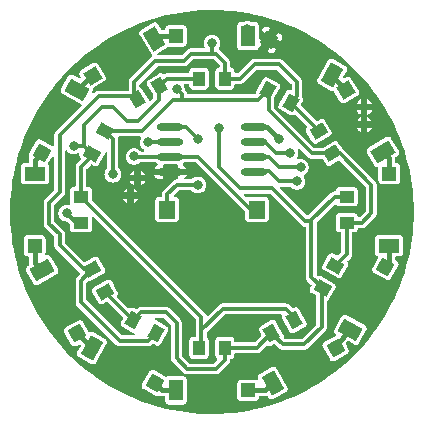
<source format=gtl>
G04 Layer: TopLayer*
G04 EasyEDA v6.5.42, 2024-03-03 14:11:30*
G04 83aee20a283747e8b3d018c67651a6c0,ed70181f279245e6aff80281ee7dc86a,10*
G04 Gerber Generator version 0.2*
G04 Scale: 100 percent, Rotated: No, Reflected: No *
G04 Dimensions in millimeters *
G04 leading zeros omitted , absolute positions ,4 integer and 5 decimal *
%FSLAX45Y45*%
%MOMM*%

%AMMACRO1*21,1,$1,$2,0,0,$3*%
%ADD10C,0.3000*%
%ADD11C,0.4000*%
%ADD12MACRO1,1X1.25X-149.0003*%
%ADD13R,1.4000X1.5000*%
%ADD14O,2.2500082X0.6299962*%
%ADD15MACRO1,1X1.25X151.0001*%
%ADD16MACRO1,1X1.25X120.9997*%
%ADD17R,1.2500X1.0000*%
%ADD18MACRO1,1X1.25X61.0001*%
%ADD19MACRO1,1X1.25X28.9999*%
%ADD20R,1.0000X1.2500*%
%ADD21MACRO1,1X1.25X-28.9999*%
%ADD22MACRO1,1X1.25X-61.0001*%
%ADD23MACRO1,1X1.25X-118.9999*%
%ADD24MACRO1,1.1989X1.1989X61.0000*%
%ADD25MACRO1,1.2X1.8X-29.0010*%
%ADD26MACRO1,1.1989X1.1989X30.9987*%
%ADD27MACRO1,1.2X1.8X-59.0001*%
%ADD28R,1.1989X1.1989*%
%ADD29R,1.8000X1.2000*%
%ADD30MACRO1,1.1989X1.1989X-29.0000*%
%ADD31MACRO1,1.2X1.8X-119.0004*%
%ADD32MACRO1,1.1989X1.1989X151.0000*%
%ADD33MACRO1,1.2X1.8X61.0006*%
%ADD34MACRO1,1.1989X1.1989X121.0004*%
%ADD35MACRO1,1.2X1.8X30.9995*%
%ADD36R,1.2000X1.8000*%
%ADD37MACRO1,1.1989X1.1989X-60.9995*%
%ADD38MACRO1,1.2X1.8X-151.0001*%
%ADD39MACRO1,1.1989X1.1989X-119.0006*%
%ADD40MACRO1,1.2X1.8X151.0001*%
%ADD41MACRO1,1.1989X1.1989X-151.0010*%
%ADD42MACRO1,1.2X1.8X118.9994*%
%ADD43C,0.8000*%
%ADD44C,0.0191*%

%LPD*%
G36*
X3614318Y2440533D02*
G01*
X3556304Y2441041D01*
X3498291Y2443530D01*
X3440379Y2447950D01*
X3382670Y2454351D01*
X3325215Y2462733D01*
X3268116Y2472994D01*
X3211322Y2485237D01*
X3155035Y2499410D01*
X3099257Y2515463D01*
X3044037Y2533396D01*
X2989478Y2553208D01*
X2935579Y2574899D01*
X2882493Y2598369D01*
X2830220Y2623616D01*
X2778810Y2650642D01*
X2728417Y2679395D01*
X2678938Y2709824D01*
X2630576Y2741930D01*
X2583332Y2775661D01*
X2537256Y2810967D01*
X2492400Y2847848D01*
X2448814Y2886202D01*
X2406548Y2926029D01*
X2365705Y2967228D01*
X2326233Y3009849D01*
X2288286Y3053740D01*
X2251811Y3098901D01*
X2216912Y3145282D01*
X2183587Y3192830D01*
X2151888Y3241497D01*
X2121865Y3291179D01*
X2093569Y3341878D01*
X2067001Y3393490D01*
X2042210Y3446018D01*
X2019198Y3499307D01*
X1998014Y3553358D01*
X1978660Y3608120D01*
X1961184Y3663442D01*
X1945639Y3719372D01*
X1931974Y3775811D01*
X1920189Y3832656D01*
X1910384Y3889908D01*
X1902561Y3947414D01*
X1896668Y4005173D01*
X1892706Y4063085D01*
X1890725Y4121099D01*
X1890775Y4179163D01*
X1892757Y4237228D01*
X1896668Y4295140D01*
X1902612Y4352899D01*
X1910435Y4410405D01*
X1920290Y4467606D01*
X1932025Y4524502D01*
X1945690Y4580890D01*
X1961286Y4636820D01*
X1978761Y4692192D01*
X1998116Y4746904D01*
X2019300Y4800955D01*
X2042312Y4854295D01*
X2067153Y4906772D01*
X2093722Y4958384D01*
X2122068Y5009083D01*
X2152091Y5058765D01*
X2183739Y5107381D01*
X2217115Y5154930D01*
X2252014Y5201310D01*
X2288489Y5246471D01*
X2326487Y5290362D01*
X2365959Y5332984D01*
X2406802Y5374182D01*
X2449068Y5414010D01*
X2492654Y5452364D01*
X2537510Y5489194D01*
X2583637Y5524500D01*
X2630881Y5558231D01*
X2679242Y5590336D01*
X2728671Y5620766D01*
X2779115Y5649518D01*
X2830525Y5676493D01*
X2882798Y5701741D01*
X2935935Y5725210D01*
X2989783Y5746851D01*
X3044342Y5766663D01*
X3099562Y5784596D01*
X3155391Y5800648D01*
X3211677Y5814771D01*
X3268421Y5827014D01*
X3325571Y5837275D01*
X3383026Y5845657D01*
X3440734Y5852007D01*
X3498596Y5856478D01*
X3556609Y5858916D01*
X3614674Y5859424D01*
X3672738Y5857900D01*
X3730650Y5854446D01*
X3788460Y5849061D01*
X3846068Y5841644D01*
X3903370Y5832348D01*
X3960317Y5821070D01*
X4016857Y5807862D01*
X4072890Y5792774D01*
X4128414Y5775756D01*
X4183329Y5756859D01*
X4237532Y5736132D01*
X4291025Y5713577D01*
X4343755Y5689193D01*
X4395571Y5663031D01*
X4446473Y5635142D01*
X4496460Y5605576D01*
X4545330Y5574284D01*
X4593183Y5541365D01*
X4639818Y5506821D01*
X4685334Y5470753D01*
X4729530Y5433110D01*
X4772456Y5394045D01*
X4814011Y5353507D01*
X4854194Y5311597D01*
X4892903Y5268315D01*
X4930140Y5223764D01*
X4965852Y5177993D01*
X4999939Y5131003D01*
X5032451Y5082895D01*
X5063337Y5033721D01*
X5092496Y4983530D01*
X5119928Y4932375D01*
X5145633Y4880305D01*
X5169509Y4827422D01*
X5191607Y4773726D01*
X5211876Y4719320D01*
X5230266Y4664252D01*
X5246827Y4608576D01*
X5261457Y4552391D01*
X5274157Y4495749D01*
X5284927Y4438700D01*
X5293766Y4381347D01*
X5300624Y4323689D01*
X5305552Y4265828D01*
X5308498Y4207865D01*
X5309463Y4149801D01*
X5308498Y4091736D01*
X5305501Y4033774D01*
X5300573Y3975912D01*
X5293715Y3918305D01*
X5284876Y3860901D01*
X5274056Y3803853D01*
X5261356Y3747211D01*
X5246725Y3691026D01*
X5230164Y3635400D01*
X5211775Y3580333D01*
X5191506Y3525926D01*
X5169408Y3472230D01*
X5145481Y3419348D01*
X5119776Y3367278D01*
X5092293Y3316122D01*
X5063134Y3265932D01*
X5032298Y3216757D01*
X4999786Y3168650D01*
X4965649Y3121710D01*
X4929936Y3075889D01*
X4892700Y3031388D01*
X4853940Y2988106D01*
X4813808Y2946196D01*
X4772202Y2905709D01*
X4729276Y2866593D01*
X4685030Y2829001D01*
X4639564Y2792933D01*
X4592878Y2758389D01*
X4545076Y2725470D01*
X4496155Y2694228D01*
X4446168Y2664612D01*
X4395266Y2636723D01*
X4343400Y2610612D01*
X4290720Y2586228D01*
X4237228Y2563723D01*
X4182973Y2542997D01*
X4128109Y2524099D01*
X4072585Y2507132D01*
X4016501Y2491994D01*
X3959961Y2478836D01*
X3903014Y2467559D01*
X3845712Y2458262D01*
X3788156Y2450896D01*
X3730345Y2445461D01*
X3672382Y2442006D01*
G37*

%LPC*%
G36*
X3235502Y2519476D02*
G01*
X3354476Y2519476D01*
X3360928Y2520137D01*
X3366668Y2521864D01*
X3371900Y2524658D01*
X3376523Y2528468D01*
X3380333Y2533091D01*
X3383127Y2538323D01*
X3384854Y2544064D01*
X3385515Y2550515D01*
X3385515Y2729484D01*
X3384854Y2735935D01*
X3383127Y2741625D01*
X3380333Y2746908D01*
X3376523Y2751531D01*
X3371900Y2755341D01*
X3366668Y2758135D01*
X3360928Y2759862D01*
X3354476Y2760522D01*
X3235502Y2760522D01*
X3229051Y2759862D01*
X3223310Y2758135D01*
X3217519Y2755036D01*
X3214319Y2753918D01*
X3210966Y2753969D01*
X3207766Y2755087D01*
X3108604Y2810052D01*
X3102660Y2812643D01*
X3096818Y2813862D01*
X3090875Y2813964D01*
X3084982Y2812897D01*
X3079445Y2810713D01*
X3074416Y2807462D01*
X3070148Y2803296D01*
X3066440Y2797962D01*
X3008833Y2693974D01*
X3006242Y2688031D01*
X3005023Y2682189D01*
X3004921Y2676245D01*
X3005988Y2670352D01*
X3008172Y2664815D01*
X3011424Y2659786D01*
X3015589Y2655519D01*
X3020923Y2651861D01*
X3124911Y2594203D01*
X3130854Y2591612D01*
X3136696Y2590393D01*
X3142640Y2590292D01*
X3148533Y2591358D01*
X3152952Y2593086D01*
X3156458Y2593848D01*
X3160014Y2593238D01*
X3165957Y2591206D01*
X3170123Y2590241D01*
X3174492Y2589682D01*
X3179114Y2589479D01*
X3194304Y2589479D01*
X3198215Y2588717D01*
X3201517Y2586532D01*
X3203702Y2583230D01*
X3204464Y2579319D01*
X3204464Y2550515D01*
X3205124Y2544064D01*
X3206851Y2538323D01*
X3209645Y2533091D01*
X3213455Y2528468D01*
X3218078Y2524658D01*
X3223310Y2521864D01*
X3229051Y2520137D01*
G37*
G36*
X3845560Y2549550D02*
G01*
X3964432Y2549550D01*
X3970883Y2550160D01*
X3976573Y2551887D01*
X3981856Y2554732D01*
X3986479Y2558491D01*
X3990238Y2563114D01*
X3993083Y2568397D01*
X3994810Y2574086D01*
X3995420Y2580335D01*
X3996436Y2583891D01*
X3998722Y2586837D01*
X4001871Y2588818D01*
X4005529Y2589479D01*
X4050893Y2589479D01*
X4055516Y2589682D01*
X4059783Y2590241D01*
X4062831Y2591003D01*
X4067200Y2591104D01*
X4071213Y2589326D01*
X4074109Y2586024D01*
X4077462Y2579979D01*
X4081119Y2574645D01*
X4085437Y2570480D01*
X4090415Y2567228D01*
X4096004Y2565044D01*
X4101846Y2563977D01*
X4107840Y2564079D01*
X4113682Y2565298D01*
X4119626Y2567889D01*
X4223715Y2625547D01*
X4228998Y2629255D01*
X4233164Y2633522D01*
X4236415Y2638552D01*
X4238599Y2644089D01*
X4239717Y2649982D01*
X4239615Y2655925D01*
X4238345Y2661767D01*
X4235805Y2667711D01*
X4148988Y2824276D01*
X4145330Y2829610D01*
X4141012Y2833776D01*
X4136034Y2837027D01*
X4130446Y2839212D01*
X4124604Y2840278D01*
X4118610Y2840177D01*
X4112768Y2838958D01*
X4106824Y2836367D01*
X4002786Y2778658D01*
X3997451Y2775000D01*
X3993286Y2770733D01*
X3990035Y2765704D01*
X3987850Y2760167D01*
X3986784Y2754274D01*
X3986834Y2748280D01*
X3989120Y2738272D01*
X3988511Y2734513D01*
X3986580Y2731211D01*
X3983532Y2728874D01*
X3979824Y2727858D01*
X3976014Y2728264D01*
X3970883Y2729788D01*
X3964432Y2730449D01*
X3845560Y2730449D01*
X3839108Y2729788D01*
X3833418Y2728061D01*
X3828135Y2725267D01*
X3823512Y2721457D01*
X3819702Y2716885D01*
X3816908Y2711602D01*
X3815181Y2705862D01*
X3814521Y2699461D01*
X3814521Y2580538D01*
X3815181Y2574086D01*
X3816908Y2568397D01*
X3819702Y2563114D01*
X3823512Y2558491D01*
X3828135Y2554732D01*
X3833418Y2551887D01*
X3839108Y2550160D01*
G37*
G36*
X3390341Y2774391D02*
G01*
X3631641Y2774442D01*
X3640328Y2775661D01*
X3648252Y2778302D01*
X3655618Y2782417D01*
X3662426Y2788056D01*
X3743299Y2868980D01*
X3748582Y2875991D01*
X3752342Y2883509D01*
X3754628Y2891688D01*
X3755440Y2898495D01*
X3756406Y2901797D01*
X3758387Y2904591D01*
X3761181Y2906522D01*
X3765956Y2907588D01*
X3771696Y2909366D01*
X3776929Y2912160D01*
X3781551Y2915970D01*
X3785362Y2920542D01*
X3788156Y2925826D01*
X3789883Y2931515D01*
X3790543Y2937967D01*
X3790543Y2944317D01*
X3791305Y2948178D01*
X3793490Y2951480D01*
X3796792Y2953715D01*
X3800703Y2954477D01*
X3978757Y2954528D01*
X3987444Y2955696D01*
X3995369Y2958388D01*
X4002684Y2962452D01*
X4009542Y2968142D01*
X4061917Y3020568D01*
X4064762Y3022549D01*
X4068064Y3023463D01*
X4071467Y3023260D01*
X4076395Y3020771D01*
X4081932Y3018536D01*
X4087825Y3017469D01*
X4093768Y3017570D01*
X4099610Y3018840D01*
X4105554Y3021380D01*
X4124045Y3031642D01*
X4128211Y3032861D01*
X4132529Y3032252D01*
X4136186Y3029915D01*
X4169511Y2996590D01*
X4176471Y2991307D01*
X4183989Y2987548D01*
X4192066Y2985262D01*
X4200855Y2984449D01*
X4381703Y2984500D01*
X4390390Y2985719D01*
X4398314Y2988360D01*
X4405680Y2992475D01*
X4412488Y2998114D01*
X4563465Y3149142D01*
X4568748Y3156153D01*
X4572508Y3163671D01*
X4574794Y3171748D01*
X4575606Y3180537D01*
X4575606Y3393490D01*
X4576165Y3396843D01*
X4577791Y3399790D01*
X4580280Y3402076D01*
X4586173Y3405886D01*
X4590440Y3410000D01*
X4594148Y3415334D01*
X4642154Y3501948D01*
X4644694Y3507892D01*
X4645964Y3513734D01*
X4646066Y3519678D01*
X4644948Y3525570D01*
X4642764Y3531108D01*
X4639513Y3536137D01*
X4635347Y3540404D01*
X4630064Y3544062D01*
X4521606Y3604209D01*
X4515662Y3606749D01*
X4509820Y3608019D01*
X4499711Y3607866D01*
X4496612Y3608882D01*
X4493971Y3610762D01*
X4488383Y3616299D01*
X4486198Y3619601D01*
X4485436Y3623513D01*
X4485436Y4056938D01*
X4486198Y4060850D01*
X4488383Y4064152D01*
X4637532Y4213250D01*
X4641037Y4215536D01*
X4645202Y4216196D01*
X4649266Y4215130D01*
X4652568Y4212488D01*
X4655921Y4208373D01*
X4660544Y4204563D01*
X4665827Y4201769D01*
X4671517Y4200042D01*
X4677968Y4199382D01*
X4801971Y4199382D01*
X4808423Y4200042D01*
X4814112Y4201769D01*
X4819396Y4204563D01*
X4824018Y4208373D01*
X4827778Y4212996D01*
X4830622Y4218279D01*
X4832350Y4223969D01*
X4832959Y4230420D01*
X4832959Y4329430D01*
X4832350Y4335830D01*
X4830622Y4341571D01*
X4827778Y4346854D01*
X4824018Y4351426D01*
X4819396Y4355236D01*
X4814112Y4358030D01*
X4808423Y4359808D01*
X4801971Y4360418D01*
X4677968Y4360418D01*
X4671517Y4359808D01*
X4665827Y4358030D01*
X4660544Y4355236D01*
X4655921Y4351426D01*
X4652162Y4346854D01*
X4649317Y4341571D01*
X4647590Y4335830D01*
X4647488Y4334510D01*
X4646066Y4330242D01*
X4642967Y4326991D01*
X4638751Y4325416D01*
X4629404Y4324146D01*
X4621479Y4321505D01*
X4614113Y4317390D01*
X4607306Y4311751D01*
X4417110Y4121556D01*
X4413859Y4119372D01*
X4409948Y4118610D01*
X4406036Y4119372D01*
X4402785Y4121556D01*
X4177182Y4347159D01*
X4174998Y4350410D01*
X4174236Y4354322D01*
X4174998Y4358233D01*
X4177182Y4361484D01*
X4180484Y4363720D01*
X4184396Y4364482D01*
X4261764Y4364482D01*
X4266031Y4363567D01*
X4278579Y4353001D01*
X4287977Y4347210D01*
X4298188Y4342993D01*
X4308957Y4340402D01*
X4319981Y4339539D01*
X4331004Y4340402D01*
X4341774Y4342993D01*
X4351985Y4347210D01*
X4361434Y4353001D01*
X4369816Y4360164D01*
X4377029Y4368596D01*
X4382770Y4377994D01*
X4387037Y4388205D01*
X4389577Y4398975D01*
X4390491Y4409998D01*
X4389577Y4421022D01*
X4387037Y4431792D01*
X4382770Y4442002D01*
X4376521Y4452213D01*
X4375048Y4456328D01*
X4375505Y4460646D01*
X4377690Y4464405D01*
X4391406Y4472990D01*
X4399838Y4480153D01*
X4407001Y4488586D01*
X4412792Y4497984D01*
X4417009Y4508246D01*
X4419600Y4518964D01*
X4420463Y4529988D01*
X4419600Y4541012D01*
X4417009Y4551781D01*
X4412792Y4561992D01*
X4407001Y4571441D01*
X4399838Y4579823D01*
X4391406Y4587036D01*
X4382008Y4592777D01*
X4371746Y4597044D01*
X4361027Y4599584D01*
X4350004Y4600498D01*
X4338980Y4599584D01*
X4330649Y4597603D01*
X4326686Y4597450D01*
X4322927Y4598822D01*
X4320032Y4601514D01*
X4318355Y4605121D01*
X4318203Y4609084D01*
X4319574Y4612792D01*
X4322775Y4618024D01*
X4327042Y4628235D01*
X4329582Y4638954D01*
X4330446Y4649978D01*
X4329582Y4661001D01*
X4326940Y4672076D01*
X4326890Y4676394D01*
X4328617Y4680407D01*
X4331868Y4683302D01*
X4336034Y4684572D01*
X4340352Y4683963D01*
X4344009Y4681626D01*
X4413453Y4612233D01*
X4420463Y4606950D01*
X4427982Y4603191D01*
X4436008Y4600905D01*
X4444847Y4600092D01*
X4529632Y4600092D01*
X4533036Y4599482D01*
X4536084Y4597806D01*
X4538319Y4595164D01*
X4562297Y4555286D01*
X4566158Y4550054D01*
X4570577Y4546041D01*
X4575708Y4542993D01*
X4581347Y4541012D01*
X4587240Y4540148D01*
X4593234Y4540402D01*
X4599025Y4541875D01*
X4604867Y4544669D01*
X4670552Y4584141D01*
X4674768Y4585512D01*
X4679188Y4585004D01*
X4682947Y4582617D01*
X4901488Y4364126D01*
X4903673Y4360824D01*
X4904435Y4356912D01*
X4904435Y4163009D01*
X4903673Y4159097D01*
X4901488Y4155795D01*
X4854092Y4108399D01*
X4850790Y4106214D01*
X4846878Y4105452D01*
X4842560Y4105452D01*
X4838903Y4106113D01*
X4835753Y4108094D01*
X4833518Y4111040D01*
X4832350Y4115866D01*
X4830622Y4121556D01*
X4827778Y4126839D01*
X4824018Y4131462D01*
X4819396Y4135221D01*
X4814112Y4138066D01*
X4808423Y4139793D01*
X4801971Y4140403D01*
X4677968Y4140403D01*
X4671517Y4139793D01*
X4665827Y4138066D01*
X4660544Y4135221D01*
X4655921Y4131462D01*
X4652162Y4126839D01*
X4649317Y4121556D01*
X4647590Y4115866D01*
X4646980Y4109415D01*
X4646980Y4010406D01*
X4647590Y4003954D01*
X4649317Y3998264D01*
X4652162Y3992981D01*
X4655921Y3988358D01*
X4660544Y3984599D01*
X4665827Y3981754D01*
X4671517Y3980027D01*
X4677968Y3979418D01*
X4684318Y3979418D01*
X4688230Y3978656D01*
X4691481Y3976420D01*
X4693716Y3973118D01*
X4694478Y3969258D01*
X4694478Y3815740D01*
X4693716Y3811828D01*
X4691481Y3808526D01*
X4666691Y3783736D01*
X4663033Y3781399D01*
X4658715Y3780790D01*
X4654550Y3782009D01*
X4628235Y3796639D01*
X4622292Y3799179D01*
X4616450Y3800449D01*
X4610506Y3800551D01*
X4604613Y3799433D01*
X4599076Y3797249D01*
X4594047Y3793998D01*
X4589780Y3789832D01*
X4586122Y3784549D01*
X4538116Y3697935D01*
X4535525Y3691991D01*
X4534255Y3686149D01*
X4534204Y3680206D01*
X4535271Y3674313D01*
X4537456Y3668776D01*
X4540707Y3663746D01*
X4544872Y3659479D01*
X4550206Y3655771D01*
X4658664Y3595674D01*
X4664608Y3593084D01*
X4670399Y3591864D01*
X4676394Y3591763D01*
X4682286Y3592829D01*
X4687824Y3595014D01*
X4692853Y3598265D01*
X4697120Y3602431D01*
X4700778Y3607765D01*
X4748784Y3694328D01*
X4751374Y3700272D01*
X4752594Y3706114D01*
X4752695Y3712108D01*
X4751628Y3717950D01*
X4749444Y3723538D01*
X4746955Y3728415D01*
X4746752Y3731869D01*
X4747666Y3735171D01*
X4749647Y3737965D01*
X4773371Y3761740D01*
X4778654Y3768750D01*
X4782362Y3776268D01*
X4784699Y3784295D01*
X4785512Y3793134D01*
X4785512Y3969258D01*
X4786274Y3973118D01*
X4788458Y3976420D01*
X4791760Y3978656D01*
X4795672Y3979418D01*
X4801971Y3979418D01*
X4808423Y3980027D01*
X4814112Y3981754D01*
X4819396Y3984599D01*
X4824018Y3988358D01*
X4827778Y3992981D01*
X4830622Y3998264D01*
X4832350Y4003954D01*
X4833518Y4008831D01*
X4835753Y4011777D01*
X4838954Y4013758D01*
X4842611Y4014419D01*
X4871669Y4014470D01*
X4880356Y4015689D01*
X4888280Y4018330D01*
X4895646Y4022445D01*
X4902454Y4028084D01*
X4983327Y4109008D01*
X4988610Y4116019D01*
X4992370Y4123537D01*
X4994656Y4131614D01*
X4995468Y4140403D01*
X4995418Y4381703D01*
X4994198Y4390390D01*
X4991557Y4398314D01*
X4987442Y4405680D01*
X4981803Y4412488D01*
X4715205Y4679035D01*
X4708144Y4684369D01*
X4701540Y4687722D01*
X4699203Y4689348D01*
X4697425Y4691532D01*
X4670755Y4735931D01*
X4666894Y4741113D01*
X4662474Y4745126D01*
X4657344Y4748174D01*
X4651756Y4750206D01*
X4645812Y4751070D01*
X4639868Y4750765D01*
X4634077Y4749292D01*
X4628235Y4746548D01*
X4538370Y4692548D01*
X4535881Y4691481D01*
X4533138Y4691126D01*
X4467453Y4691126D01*
X4463542Y4691888D01*
X4460240Y4694072D01*
X4128465Y5025847D01*
X4126280Y5029149D01*
X4125518Y5033060D01*
X4125518Y5107940D01*
X4125823Y5110530D01*
X4126788Y5112867D01*
X4174236Y5198567D01*
X4176826Y5204510D01*
X4178096Y5210352D01*
X4178147Y5216296D01*
X4177080Y5222189D01*
X4174896Y5227726D01*
X4171645Y5232755D01*
X4167479Y5237022D01*
X4162196Y5240731D01*
X4075582Y5288686D01*
X4069638Y5291277D01*
X4063796Y5292547D01*
X4057853Y5292598D01*
X4051960Y5291531D01*
X4046423Y5289346D01*
X4041394Y5286095D01*
X4037126Y5281930D01*
X4033418Y5276596D01*
X3973322Y5168188D01*
X3970731Y5162245D01*
X3968648Y5151729D01*
X3966464Y5148478D01*
X3963162Y5146344D01*
X3959301Y5145582D01*
X3398520Y5145582D01*
X3395065Y5146192D01*
X3392017Y5147919D01*
X3389782Y5150612D01*
X3388563Y5153914D01*
X3388055Y5156403D01*
X3385362Y5164582D01*
X3381197Y5172049D01*
X3377234Y5176977D01*
X3373272Y5181041D01*
X3370986Y5184698D01*
X3369614Y5201056D01*
X3367024Y5211775D01*
X3363468Y5220360D01*
X3362706Y5224221D01*
X3363468Y5228132D01*
X3365703Y5231434D01*
X3369005Y5233619D01*
X3372865Y5234381D01*
X3399332Y5234381D01*
X3403244Y5233619D01*
X3406546Y5231434D01*
X3408730Y5228132D01*
X3409492Y5224221D01*
X3409492Y5217871D01*
X3410153Y5211419D01*
X3411880Y5205730D01*
X3414674Y5200446D01*
X3418484Y5195874D01*
X3423107Y5192064D01*
X3428339Y5189270D01*
X3434079Y5187492D01*
X3440531Y5186883D01*
X3539540Y5186883D01*
X3545941Y5187492D01*
X3551682Y5189270D01*
X3556965Y5192064D01*
X3561537Y5195874D01*
X3565347Y5200446D01*
X3568141Y5205730D01*
X3569868Y5211419D01*
X3570528Y5217871D01*
X3570528Y5341874D01*
X3569868Y5348325D01*
X3568141Y5354066D01*
X3565347Y5359298D01*
X3561537Y5363921D01*
X3556965Y5367731D01*
X3551682Y5370525D01*
X3545941Y5372252D01*
X3539540Y5372912D01*
X3440531Y5372912D01*
X3434079Y5372252D01*
X3428339Y5370525D01*
X3423107Y5367731D01*
X3418484Y5363921D01*
X3414674Y5359298D01*
X3411880Y5354066D01*
X3410153Y5348325D01*
X3409492Y5341874D01*
X3409492Y5335574D01*
X3408730Y5331663D01*
X3406546Y5328361D01*
X3403244Y5326176D01*
X3399332Y5325414D01*
X3215792Y5325364D01*
X3207004Y5324144D01*
X3201212Y5322366D01*
X3194405Y5318963D01*
X3190494Y5317896D01*
X3186531Y5318455D01*
X3177946Y5323535D01*
X3172358Y5325516D01*
X3166414Y5326380D01*
X3160471Y5326126D01*
X3154680Y5324652D01*
X3148838Y5321858D01*
X3063951Y5270855D01*
X3058769Y5266994D01*
X3054756Y5262575D01*
X3051708Y5257444D01*
X3049676Y5251856D01*
X3048812Y5245912D01*
X3049117Y5239969D01*
X3050590Y5234178D01*
X3053384Y5228336D01*
X3103168Y5145481D01*
X3104235Y5142941D01*
X3104591Y5140248D01*
X3104591Y5123129D01*
X3103829Y5119217D01*
X3101644Y5115915D01*
X3079851Y5094173D01*
X3076854Y5092090D01*
X3073298Y5091226D01*
X3069640Y5091684D01*
X3066389Y5093411D01*
X3064002Y5096154D01*
X3002788Y5197957D01*
X2998927Y5203139D01*
X2994507Y5207152D01*
X2990494Y5209540D01*
X2987852Y5211826D01*
X2986176Y5214823D01*
X2985566Y5218277D01*
X2985566Y5226913D01*
X2986328Y5230774D01*
X2988513Y5234076D01*
X3135782Y5381498D01*
X3139084Y5383733D01*
X3142945Y5384495D01*
X3361537Y5384546D01*
X3370224Y5385714D01*
X3378200Y5388406D01*
X3385515Y5392470D01*
X3392373Y5398109D01*
X3435908Y5441492D01*
X3439210Y5443677D01*
X3443122Y5444439D01*
X3606850Y5444439D01*
X3610762Y5443677D01*
X3614064Y5441492D01*
X3661460Y5394096D01*
X3663645Y5390794D01*
X3664407Y5386882D01*
X3664407Y5382514D01*
X3663746Y5378856D01*
X3661765Y5375656D01*
X3658819Y5373420D01*
X3654094Y5372252D01*
X3648354Y5370525D01*
X3643071Y5367731D01*
X3638499Y5363921D01*
X3634689Y5359298D01*
X3631895Y5354066D01*
X3630168Y5348325D01*
X3629507Y5341874D01*
X3629507Y5217871D01*
X3630168Y5211419D01*
X3631895Y5205730D01*
X3634689Y5200446D01*
X3638499Y5195874D01*
X3643071Y5192064D01*
X3648354Y5189270D01*
X3654094Y5187492D01*
X3660495Y5186883D01*
X3759504Y5186883D01*
X3765956Y5187492D01*
X3771696Y5189270D01*
X3776929Y5192064D01*
X3781551Y5195874D01*
X3785362Y5200446D01*
X3788156Y5205730D01*
X3789883Y5211419D01*
X3790543Y5217871D01*
X3790543Y5224221D01*
X3791305Y5228132D01*
X3793490Y5231434D01*
X3796792Y5233619D01*
X3800703Y5234381D01*
X3841699Y5234432D01*
X3850386Y5235651D01*
X3858310Y5238292D01*
X3865676Y5242407D01*
X3872484Y5248046D01*
X3975963Y5351576D01*
X3979265Y5353761D01*
X3983177Y5354523D01*
X4146854Y5354523D01*
X4150766Y5353761D01*
X4154068Y5351576D01*
X4271568Y5234076D01*
X4273753Y5230774D01*
X4274515Y5226862D01*
X4274515Y5194503D01*
X4273550Y5190134D01*
X4270756Y5186629D01*
X4266742Y5184648D01*
X4262221Y5184597D01*
X4256227Y5185867D01*
X4250232Y5185968D01*
X4244390Y5184902D01*
X4238802Y5182666D01*
X4233824Y5179466D01*
X4229506Y5175300D01*
X4225848Y5169966D01*
X4165752Y5061508D01*
X4163161Y5055565D01*
X4161891Y5049723D01*
X4161840Y5043779D01*
X4162907Y5037886D01*
X4165092Y5032349D01*
X4168343Y5027320D01*
X4172508Y5023053D01*
X4177792Y5019344D01*
X4264406Y4971338D01*
X4270349Y4968798D01*
X4276191Y4967528D01*
X4282135Y4967427D01*
X4288028Y4968494D01*
X4293565Y4970729D01*
X4298492Y4973218D01*
X4301947Y4973421D01*
X4305249Y4972507D01*
X4308043Y4970526D01*
X4400296Y4878273D01*
X4402429Y4875123D01*
X4403242Y4871364D01*
X4402632Y4867554D01*
X4400600Y4864303D01*
X4399432Y4862982D01*
X4396333Y4857851D01*
X4394352Y4852212D01*
X4393488Y4846320D01*
X4393793Y4840325D01*
X4395216Y4834534D01*
X4398010Y4828692D01*
X4449013Y4743856D01*
X4452874Y4738624D01*
X4457293Y4734661D01*
X4462424Y4731562D01*
X4468063Y4729581D01*
X4473956Y4728718D01*
X4479899Y4729022D01*
X4485690Y4730445D01*
X4491532Y4733239D01*
X4597857Y4797094D01*
X4603038Y4800955D01*
X4607052Y4805375D01*
X4610100Y4810506D01*
X4612132Y4816144D01*
X4612995Y4822037D01*
X4612690Y4828032D01*
X4611217Y4833823D01*
X4608474Y4839665D01*
X4557471Y4924501D01*
X4553610Y4929682D01*
X4549190Y4933696D01*
X4544060Y4936794D01*
X4538421Y4938776D01*
X4532528Y4939639D01*
X4526534Y4939334D01*
X4520742Y4937912D01*
X4514900Y4935118D01*
X4494987Y4923180D01*
X4490770Y4921758D01*
X4486351Y4922316D01*
X4482592Y4924704D01*
X4353814Y5053482D01*
X4351477Y5057140D01*
X4350867Y5061458D01*
X4352086Y5065572D01*
X4366666Y5091887D01*
X4369257Y5097830D01*
X4370476Y5103672D01*
X4370578Y5109667D01*
X4369511Y5115509D01*
X4365701Y5124450D01*
X4365396Y5127650D01*
X4365548Y5130800D01*
X4365498Y5251653D01*
X4364278Y5260340D01*
X4361637Y5268264D01*
X4357522Y5275630D01*
X4351883Y5282438D01*
X4200804Y5433415D01*
X4193844Y5438698D01*
X4186326Y5442458D01*
X4178249Y5444744D01*
X4169460Y5445556D01*
X3958386Y5445506D01*
X3949700Y5444286D01*
X3941775Y5441645D01*
X3934409Y5437530D01*
X3927601Y5431891D01*
X3824122Y5328361D01*
X3820820Y5326176D01*
X3816908Y5325414D01*
X3800703Y5325414D01*
X3796792Y5326176D01*
X3793490Y5328361D01*
X3791305Y5331663D01*
X3790543Y5335574D01*
X3790543Y5341874D01*
X3789883Y5348325D01*
X3788156Y5354066D01*
X3785362Y5359298D01*
X3781551Y5363921D01*
X3776929Y5367731D01*
X3771696Y5370525D01*
X3765956Y5372252D01*
X3761028Y5373420D01*
X3758082Y5375706D01*
X3756101Y5378856D01*
X3755440Y5382514D01*
X3755390Y5411673D01*
X3754170Y5420360D01*
X3751529Y5428284D01*
X3747414Y5435650D01*
X3741775Y5442458D01*
X3662375Y5521858D01*
X3658717Y5524957D01*
X3656482Y5527700D01*
X3655263Y5531053D01*
X3655364Y5534660D01*
X3656634Y5538012D01*
X3662781Y5548020D01*
X3666998Y5558231D01*
X3669588Y5568950D01*
X3670452Y5579973D01*
X3669588Y5591048D01*
X3666998Y5601766D01*
X3662781Y5611977D01*
X3656990Y5621426D01*
X3649827Y5629808D01*
X3641394Y5637022D01*
X3631996Y5642813D01*
X3621786Y5647029D01*
X3611016Y5649620D01*
X3599992Y5650484D01*
X3588969Y5649620D01*
X3578199Y5647029D01*
X3567988Y5642813D01*
X3558590Y5637022D01*
X3550158Y5629808D01*
X3542995Y5621426D01*
X3537204Y5611977D01*
X3532987Y5601766D01*
X3530396Y5591048D01*
X3529533Y5579973D01*
X3530396Y5568950D01*
X3532987Y5558231D01*
X3536594Y5549493D01*
X3537356Y5545632D01*
X3536594Y5541721D01*
X3534359Y5538419D01*
X3531057Y5536234D01*
X3527196Y5535472D01*
X3418484Y5535422D01*
X3409797Y5534253D01*
X3401822Y5531561D01*
X3394506Y5527497D01*
X3387648Y5521858D01*
X3344113Y5478475D01*
X3340811Y5476290D01*
X3336899Y5475528D01*
X3146450Y5475528D01*
X3142183Y5476443D01*
X3138728Y5479084D01*
X3136646Y5482945D01*
X3136442Y5487314D01*
X3138017Y5491378D01*
X3141218Y5494375D01*
X3224631Y5544515D01*
X3229254Y5547715D01*
X3231997Y5549087D01*
X3235045Y5549544D01*
X3354425Y5549544D01*
X3360877Y5550154D01*
X3366566Y5551881D01*
X3371850Y5554726D01*
X3376472Y5558485D01*
X3380282Y5563108D01*
X3383076Y5568391D01*
X3384804Y5574080D01*
X3385464Y5580532D01*
X3385464Y5699455D01*
X3384804Y5705856D01*
X3383076Y5711596D01*
X3380282Y5716879D01*
X3376472Y5721451D01*
X3371850Y5725261D01*
X3366566Y5728055D01*
X3360877Y5729782D01*
X3354425Y5730443D01*
X3235553Y5730443D01*
X3229102Y5729782D01*
X3223412Y5728055D01*
X3218129Y5725261D01*
X3213506Y5721451D01*
X3209747Y5716879D01*
X3206902Y5711596D01*
X3205175Y5705856D01*
X3204565Y5699658D01*
X3203549Y5696102D01*
X3201263Y5693105D01*
X3198114Y5691174D01*
X3194456Y5690514D01*
X3178657Y5690514D01*
X3175254Y5691073D01*
X3172206Y5692800D01*
X3169970Y5695442D01*
X3142894Y5740400D01*
X3139033Y5745581D01*
X3134614Y5749594D01*
X3129483Y5752693D01*
X3123895Y5754674D01*
X3117951Y5755538D01*
X3112008Y5755233D01*
X3106216Y5753811D01*
X3100374Y5751017D01*
X2998368Y5689752D01*
X2993186Y5685891D01*
X2989173Y5681421D01*
X2986074Y5676290D01*
X2984093Y5670702D01*
X2983230Y5664809D01*
X2983534Y5658815D01*
X2984957Y5653024D01*
X2987751Y5647182D01*
X3079953Y5493766D01*
X3083814Y5488533D01*
X3088233Y5484571D01*
X3091281Y5482742D01*
X3094177Y5480151D01*
X3095904Y5476697D01*
X3096158Y5472836D01*
X3095040Y5469178D01*
X3092602Y5466181D01*
X3087370Y5461812D01*
X2906674Y5280863D01*
X2901391Y5273852D01*
X2897632Y5266334D01*
X2895346Y5258257D01*
X2894533Y5249468D01*
X2894533Y5185714D01*
X2893771Y5181803D01*
X2891586Y5178501D01*
X2888284Y5176316D01*
X2884373Y5175554D01*
X2638348Y5175504D01*
X2629662Y5174284D01*
X2621737Y5171643D01*
X2614422Y5167579D01*
X2607564Y5161889D01*
X2601010Y5155336D01*
X2597556Y5153050D01*
X2593492Y5152390D01*
X2589479Y5153355D01*
X2586177Y5155844D01*
X2584145Y5159400D01*
X2583738Y5163515D01*
X2584958Y5167426D01*
X2592120Y5180380D01*
X2594660Y5186324D01*
X2595930Y5192166D01*
X2595981Y5196230D01*
X2596642Y5199634D01*
X2598318Y5202580D01*
X2600909Y5204815D01*
X2686100Y5255971D01*
X2691282Y5259832D01*
X2695295Y5264251D01*
X2698343Y5269382D01*
X2700375Y5275021D01*
X2701239Y5280914D01*
X2700934Y5286908D01*
X2699461Y5292699D01*
X2696718Y5298541D01*
X2635453Y5400446D01*
X2631592Y5405628D01*
X2627172Y5409641D01*
X2622042Y5412689D01*
X2616454Y5414721D01*
X2610510Y5415584D01*
X2604566Y5415280D01*
X2598775Y5413806D01*
X2592933Y5411063D01*
X2491028Y5349798D01*
X2485847Y5345938D01*
X2481834Y5341518D01*
X2478735Y5336387D01*
X2476754Y5330799D01*
X2475890Y5324856D01*
X2476195Y5318912D01*
X2477617Y5313121D01*
X2480411Y5307279D01*
X2486304Y5297474D01*
X2487676Y5293258D01*
X2487117Y5288838D01*
X2483916Y5284216D01*
X2480259Y5281879D01*
X2475941Y5281269D01*
X2471775Y5282539D01*
X2423464Y5309311D01*
X2417521Y5311851D01*
X2411679Y5313121D01*
X2405735Y5313222D01*
X2399842Y5312156D01*
X2394305Y5309920D01*
X2389276Y5306720D01*
X2385009Y5302554D01*
X2381300Y5297220D01*
X2323592Y5193131D01*
X2321052Y5187188D01*
X2319782Y5181346D01*
X2319680Y5175402D01*
X2320798Y5169509D01*
X2322982Y5163972D01*
X2326233Y5158943D01*
X2330399Y5154676D01*
X2335682Y5150967D01*
X2491740Y5064506D01*
X2494635Y5062118D01*
X2496464Y5058816D01*
X2496972Y5055158D01*
X2496108Y5051501D01*
X2494026Y5048402D01*
X2276500Y4830978D01*
X2271217Y4824018D01*
X2267458Y4816500D01*
X2265172Y4808423D01*
X2264359Y4799634D01*
X2264359Y4717237D01*
X2263495Y4713122D01*
X2261057Y4709718D01*
X2257450Y4707585D01*
X2253284Y4707128D01*
X2249271Y4708347D01*
X2153970Y4761179D01*
X2148027Y4763719D01*
X2142236Y4764989D01*
X2136241Y4765090D01*
X2130348Y4764024D01*
X2124811Y4761788D01*
X2119782Y4758537D01*
X2115515Y4754422D01*
X2111857Y4749088D01*
X2054199Y4645101D01*
X2051608Y4639157D01*
X2050389Y4633315D01*
X2050288Y4627321D01*
X2051354Y4621479D01*
X2053132Y4617059D01*
X2053843Y4613503D01*
X2053234Y4609947D01*
X2051202Y4604004D01*
X2050237Y4599889D01*
X2049678Y4595520D01*
X2049475Y4590897D01*
X2049475Y4575657D01*
X2048713Y4571796D01*
X2046528Y4568494D01*
X2043226Y4566259D01*
X2039315Y4565497D01*
X2010511Y4565497D01*
X2004060Y4564888D01*
X1998319Y4563110D01*
X1993087Y4560316D01*
X1988464Y4556556D01*
X1984654Y4551934D01*
X1981860Y4546650D01*
X1980133Y4540961D01*
X1979472Y4534509D01*
X1979472Y4415485D01*
X1980133Y4409033D01*
X1981860Y4403344D01*
X1984654Y4398060D01*
X1988464Y4393438D01*
X1993087Y4389678D01*
X1998319Y4386834D01*
X2004060Y4385106D01*
X2010511Y4384497D01*
X2189480Y4384497D01*
X2195931Y4385106D01*
X2201672Y4386834D01*
X2206904Y4389678D01*
X2211527Y4393438D01*
X2215337Y4398060D01*
X2218131Y4403344D01*
X2219858Y4409033D01*
X2220518Y4415485D01*
X2220518Y4534509D01*
X2219858Y4540961D01*
X2218131Y4546650D01*
X2215032Y4552492D01*
X2213965Y4555693D01*
X2213965Y4559046D01*
X2215083Y4562195D01*
X2245309Y4616754D01*
X2248255Y4620056D01*
X2252319Y4621784D01*
X2256739Y4621631D01*
X2260701Y4619650D01*
X2263394Y4616145D01*
X2264359Y4611827D01*
X2264359Y4342892D01*
X2263597Y4338980D01*
X2261362Y4335678D01*
X2186584Y4261002D01*
X2181301Y4254042D01*
X2177542Y4246524D01*
X2175256Y4238447D01*
X2174443Y4229658D01*
X2174494Y4048302D01*
X2175713Y4039615D01*
X2178354Y4031691D01*
X2182469Y4024325D01*
X2188108Y4017518D01*
X2261412Y3944264D01*
X2263597Y3940962D01*
X2264359Y3937050D01*
X2264410Y3868165D01*
X2265629Y3859529D01*
X2268321Y3851554D01*
X2272385Y3844239D01*
X2278024Y3837432D01*
X2478633Y3637076D01*
X2480818Y3633825D01*
X2481580Y3629914D01*
X2480818Y3626002D01*
X2478633Y3622751D01*
X2456586Y3600602D01*
X2451303Y3593642D01*
X2447544Y3586124D01*
X2445258Y3578047D01*
X2444445Y3569258D01*
X2444496Y3388156D01*
X2445715Y3379470D01*
X2448356Y3371545D01*
X2452471Y3364179D01*
X2458110Y3357372D01*
X2789021Y3026562D01*
X2795981Y3021279D01*
X2803499Y3017520D01*
X2811576Y3015234D01*
X2820365Y3014421D01*
X3061157Y3014472D01*
X3069844Y3015691D01*
X3077768Y3018332D01*
X3085236Y3022498D01*
X3090214Y3026410D01*
X3093872Y3030016D01*
X3097530Y3032353D01*
X3101797Y3032912D01*
X3105912Y3031642D01*
X3124454Y3021380D01*
X3130397Y3018840D01*
X3136239Y3017570D01*
X3142234Y3017469D01*
X3148076Y3018536D01*
X3153613Y3020771D01*
X3158642Y3023971D01*
X3162960Y3028137D01*
X3166618Y3033471D01*
X3226714Y3141929D01*
X3229305Y3147872D01*
X3230575Y3153714D01*
X3230626Y3159658D01*
X3229559Y3165551D01*
X3227374Y3171088D01*
X3224123Y3176117D01*
X3219958Y3180384D01*
X3214624Y3184093D01*
X3128060Y3232099D01*
X3121355Y3234994D01*
X3118104Y3237230D01*
X3115970Y3240532D01*
X3115259Y3244392D01*
X3116021Y3248253D01*
X3118256Y3251504D01*
X3121507Y3253689D01*
X3125419Y3254451D01*
X3186988Y3254451D01*
X3190900Y3253689D01*
X3194202Y3251504D01*
X3251504Y3194202D01*
X3253689Y3190900D01*
X3254451Y3186988D01*
X3254502Y2908401D01*
X3255721Y2899714D01*
X3258362Y2891790D01*
X3262426Y2884424D01*
X3268065Y2877616D01*
X3358997Y2786532D01*
X3365957Y2781249D01*
X3373475Y2777490D01*
X3381552Y2775204D01*
G37*
G36*
X2594610Y2859684D02*
G01*
X2600452Y2860802D01*
X2606040Y2862986D01*
X2611018Y2866237D01*
X2615336Y2870352D01*
X2618994Y2875686D01*
X2705760Y3032252D01*
X2708351Y3038195D01*
X2709621Y3044037D01*
X2709672Y3050032D01*
X2708605Y3055874D01*
X2706420Y3061411D01*
X2703169Y3066440D01*
X2699004Y3070758D01*
X2693670Y3074416D01*
X2589631Y3132124D01*
X2583688Y3134664D01*
X2577846Y3135934D01*
X2571851Y3136036D01*
X2561539Y3133902D01*
X2557932Y3134461D01*
X2554782Y3136290D01*
X2552496Y3139135D01*
X2508148Y3219094D01*
X2504490Y3224428D01*
X2500172Y3228543D01*
X2495194Y3231794D01*
X2489606Y3233978D01*
X2483764Y3235096D01*
X2477770Y3234994D01*
X2471928Y3233724D01*
X2465984Y3231184D01*
X2361996Y3173526D01*
X2356713Y3169869D01*
X2352548Y3165551D01*
X2349296Y3160572D01*
X2347112Y3154984D01*
X2345994Y3149142D01*
X2346096Y3143148D01*
X2347366Y3137306D01*
X2349906Y3131362D01*
X2407564Y3027375D01*
X2411272Y3022041D01*
X2415540Y3017926D01*
X2420569Y3014675D01*
X2426106Y3012490D01*
X2431948Y3011373D01*
X2437942Y3011474D01*
X2443784Y3012744D01*
X2449728Y3015284D01*
X2471724Y3027527D01*
X2475890Y3028746D01*
X2480208Y3028137D01*
X2483866Y3025800D01*
X2485745Y3023920D01*
X2488133Y3020263D01*
X2488692Y3015945D01*
X2487472Y3011779D01*
X2460701Y2963468D01*
X2458110Y2957525D01*
X2456840Y2951683D01*
X2456789Y2945688D01*
X2457856Y2939846D01*
X2460040Y2934309D01*
X2463292Y2929280D01*
X2467457Y2924962D01*
X2472791Y2921304D01*
X2576830Y2863596D01*
X2582773Y2861056D01*
X2588615Y2859786D01*
G37*
G36*
X4620869Y2885998D02*
G01*
X4626813Y2886100D01*
X4632655Y2887370D01*
X4638598Y2889910D01*
X4742586Y2947568D01*
X4747920Y2951226D01*
X4752086Y2955544D01*
X4755337Y2960522D01*
X4757521Y2966110D01*
X4758588Y2971952D01*
X4758486Y2977946D01*
X4757267Y2983788D01*
X4754676Y2989732D01*
X4731766Y3031032D01*
X4730546Y3035198D01*
X4731156Y3039516D01*
X4733493Y3043174D01*
X4746091Y3055772D01*
X4749749Y3058109D01*
X4754016Y3058718D01*
X4758182Y3057448D01*
X4806543Y3030677D01*
X4812487Y3028086D01*
X4818278Y3026867D01*
X4824272Y3026765D01*
X4830165Y3027832D01*
X4835702Y3030016D01*
X4840732Y3033268D01*
X4844999Y3037433D01*
X4848656Y3042767D01*
X4906365Y3146856D01*
X4908956Y3152800D01*
X4910175Y3158642D01*
X4910277Y3164586D01*
X4909210Y3170478D01*
X4907026Y3176016D01*
X4903774Y3181045D01*
X4899609Y3185312D01*
X4894275Y3189020D01*
X4737709Y3275787D01*
X4731766Y3278327D01*
X4725924Y3279597D01*
X4719980Y3279698D01*
X4714087Y3278632D01*
X4708550Y3276396D01*
X4703521Y3273196D01*
X4699254Y3269030D01*
X4695596Y3263696D01*
X4637887Y3159607D01*
X4635296Y3153664D01*
X4634077Y3147822D01*
X4633976Y3141878D01*
X4635042Y3135985D01*
X4637227Y3130448D01*
X4640478Y3125419D01*
X4644644Y3121152D01*
X4648047Y3118764D01*
X4650892Y3115818D01*
X4652314Y3111957D01*
X4652111Y3107893D01*
X4650333Y3104184D01*
X4647184Y3101543D01*
X4550918Y3048152D01*
X4545584Y3044494D01*
X4541418Y3040176D01*
X4538167Y3035198D01*
X4535982Y3029610D01*
X4534916Y3023768D01*
X4535017Y3017774D01*
X4536236Y3011932D01*
X4538827Y3005988D01*
X4596434Y2902000D01*
X4600143Y2896666D01*
X4604410Y2892552D01*
X4609439Y2889300D01*
X4614976Y2887116D01*
G37*
G36*
X2109978Y3530295D02*
G01*
X2115921Y3530396D01*
X2121763Y3531615D01*
X2127707Y3534206D01*
X2284272Y3620973D01*
X2289606Y3624681D01*
X2293772Y3628948D01*
X2297023Y3633978D01*
X2299208Y3639515D01*
X2300274Y3645408D01*
X2300173Y3651351D01*
X2298954Y3657193D01*
X2296363Y3663137D01*
X2238654Y3767226D01*
X2234996Y3772560D01*
X2230729Y3776726D01*
X2225700Y3779926D01*
X2220163Y3782161D01*
X2214270Y3783228D01*
X2208326Y3783126D01*
X2198268Y3780840D01*
X2194509Y3781450D01*
X2191207Y3783431D01*
X2188870Y3786479D01*
X2187854Y3790137D01*
X2188260Y3793947D01*
X2189835Y3799128D01*
X2190445Y3805529D01*
X2190445Y3924452D01*
X2189835Y3930853D01*
X2188057Y3936593D01*
X2185263Y3941876D01*
X2181453Y3946448D01*
X2176881Y3950258D01*
X2171598Y3953052D01*
X2165858Y3954830D01*
X2159457Y3955440D01*
X2040534Y3955440D01*
X2034133Y3954830D01*
X2028393Y3953052D01*
X2023110Y3950258D01*
X2018538Y3946448D01*
X2014728Y3941876D01*
X2011934Y3936593D01*
X2010156Y3930853D01*
X2009546Y3924452D01*
X2009546Y3805529D01*
X2010156Y3799128D01*
X2011934Y3793388D01*
X2014728Y3788105D01*
X2018538Y3783533D01*
X2023110Y3779723D01*
X2028393Y3776929D01*
X2034133Y3775151D01*
X2040382Y3774541D01*
X2043988Y3773525D01*
X2046935Y3771290D01*
X2048865Y3768090D01*
X2049576Y3764432D01*
X2049576Y3719017D01*
X2049780Y3714394D01*
X2050338Y3710127D01*
X2051050Y3707231D01*
X2051151Y3702812D01*
X2049373Y3698798D01*
X2046122Y3695903D01*
X2039975Y3692499D01*
X2034641Y3688842D01*
X2030475Y3684574D01*
X2027224Y3679545D01*
X2025040Y3674008D01*
X2023973Y3668115D01*
X2024075Y3662172D01*
X2025294Y3656329D01*
X2027885Y3650386D01*
X2085593Y3546297D01*
X2089251Y3540963D01*
X2093518Y3536797D01*
X2098548Y3533546D01*
X2104085Y3531362D01*
G37*
G36*
X5093766Y3574897D02*
G01*
X5099608Y3575964D01*
X5105146Y3578199D01*
X5110175Y3581400D01*
X5114493Y3585565D01*
X5118150Y3590899D01*
X5175808Y3694887D01*
X5178348Y3700830D01*
X5179618Y3706672D01*
X5179720Y3712616D01*
X5178602Y3718509D01*
X5176418Y3724046D01*
X5173167Y3729075D01*
X5169001Y3733342D01*
X5163718Y3737051D01*
X5155742Y3741470D01*
X5152948Y3743706D01*
X5151120Y3746804D01*
X5150510Y3750360D01*
X5150510Y3764330D01*
X5151272Y3768191D01*
X5153456Y3771493D01*
X5156758Y3773728D01*
X5160670Y3774490D01*
X5189474Y3774490D01*
X5195925Y3775100D01*
X5201666Y3776827D01*
X5206898Y3779672D01*
X5211521Y3783431D01*
X5215331Y3788054D01*
X5218125Y3793337D01*
X5219852Y3799027D01*
X5220512Y3805478D01*
X5220512Y3924503D01*
X5219852Y3930954D01*
X5218125Y3936644D01*
X5215331Y3941927D01*
X5211521Y3946550D01*
X5206898Y3950309D01*
X5201666Y3953103D01*
X5195925Y3954881D01*
X5189474Y3955491D01*
X5010505Y3955491D01*
X5004054Y3954881D01*
X4998313Y3953103D01*
X4993081Y3950309D01*
X4988458Y3946550D01*
X4984648Y3941927D01*
X4981854Y3936644D01*
X4980127Y3930954D01*
X4979466Y3924503D01*
X4979466Y3805478D01*
X4980127Y3799027D01*
X4981854Y3793337D01*
X4984648Y3788054D01*
X4988458Y3783431D01*
X4993081Y3779672D01*
X4998313Y3776827D01*
X5000040Y3776319D01*
X5003952Y3774135D01*
X5006492Y3770426D01*
X5007203Y3766007D01*
X5005984Y3761689D01*
X4959908Y3678631D01*
X4957368Y3672687D01*
X4956098Y3666845D01*
X4955997Y3660851D01*
X4957064Y3655009D01*
X4959299Y3649421D01*
X4962550Y3644442D01*
X4966665Y3640124D01*
X4971999Y3636467D01*
X5075986Y3578809D01*
X5081930Y3576269D01*
X5087772Y3574999D01*
G37*
G36*
X5040528Y4384548D02*
G01*
X5159451Y4384548D01*
X5165852Y4385157D01*
X5171592Y4386884D01*
X5176875Y4389729D01*
X5181447Y4393488D01*
X5185257Y4398111D01*
X5188051Y4403394D01*
X5189829Y4409084D01*
X5190439Y4415536D01*
X5190439Y4534458D01*
X5189829Y4540859D01*
X5188051Y4546600D01*
X5185257Y4551883D01*
X5181447Y4556455D01*
X5176875Y4560265D01*
X5171592Y4563059D01*
X5165852Y4564786D01*
X5159654Y4565446D01*
X5156098Y4566462D01*
X5153152Y4568698D01*
X5151170Y4571898D01*
X5150510Y4575556D01*
X5150510Y4605324D01*
X5150307Y4608576D01*
X5150713Y4612233D01*
X5152440Y4615484D01*
X5155184Y4617923D01*
X5170424Y4627067D01*
X5175605Y4630928D01*
X5179618Y4635347D01*
X5182666Y4640478D01*
X5184698Y4646117D01*
X5185562Y4652010D01*
X5185257Y4657953D01*
X5183784Y4663744D01*
X5181041Y4669637D01*
X5119725Y4771644D01*
X5115864Y4776825D01*
X5111445Y4780838D01*
X5106314Y4783886D01*
X5100675Y4785868D01*
X5094782Y4786782D01*
X5088839Y4786477D01*
X5083048Y4785004D01*
X5077206Y4782210D01*
X4923739Y4690059D01*
X4918557Y4686198D01*
X4914544Y4681728D01*
X4911496Y4676597D01*
X4909464Y4671009D01*
X4908600Y4665065D01*
X4908905Y4659122D01*
X4910378Y4653330D01*
X4913122Y4647488D01*
X4974437Y4545482D01*
X4978298Y4540300D01*
X4982718Y4536287D01*
X4987848Y4533239D01*
X4993436Y4531258D01*
X5000752Y4530242D01*
X5004206Y4529124D01*
X5007051Y4526838D01*
X5008880Y4523740D01*
X5009540Y4520184D01*
X5009540Y4415536D01*
X5010150Y4409084D01*
X5011928Y4403394D01*
X5014722Y4398111D01*
X5018532Y4393488D01*
X5023104Y4389729D01*
X5028387Y4386884D01*
X5034127Y4385157D01*
G37*
G36*
X4916322Y4824831D02*
G01*
X4921961Y4827219D01*
X4931410Y4832959D01*
X4939842Y4840173D01*
X4947005Y4848555D01*
X4952796Y4858004D01*
X4955133Y4863642D01*
X4916322Y4863642D01*
G37*
G36*
X4863642Y4824831D02*
G01*
X4863642Y4863642D01*
X4824831Y4863642D01*
X4827168Y4858004D01*
X4832959Y4848555D01*
X4840173Y4840173D01*
X4848555Y4832959D01*
X4858004Y4827219D01*
G37*
G36*
X4916322Y4916322D02*
G01*
X4955133Y4916322D01*
X4952796Y4921961D01*
X4947005Y4931410D01*
X4939842Y4939842D01*
X4931410Y4947005D01*
X4921961Y4952796D01*
X4916322Y4955133D01*
G37*
G36*
X4824831Y4916322D02*
G01*
X4863642Y4916322D01*
X4863642Y4955133D01*
X4858004Y4952796D01*
X4848555Y4947005D01*
X4840173Y4939842D01*
X4832959Y4931410D01*
X4827168Y4921961D01*
G37*
G36*
X4863642Y4974844D02*
G01*
X4863642Y5013655D01*
X4824882Y5013655D01*
X4827219Y5008016D01*
X4832959Y4998567D01*
X4840173Y4990185D01*
X4848555Y4982972D01*
X4858004Y4977180D01*
G37*
G36*
X4916322Y4974844D02*
G01*
X4922012Y4977180D01*
X4931410Y4982972D01*
X4939842Y4990185D01*
X4947005Y4998567D01*
X4952796Y5008016D01*
X4955133Y5013655D01*
X4916373Y5013655D01*
G37*
G36*
X4824882Y5066334D02*
G01*
X4863642Y5066334D01*
X4863642Y5105146D01*
X4858004Y5102809D01*
X4848555Y5097018D01*
X4840173Y5089855D01*
X4832959Y5081422D01*
X4827219Y5071973D01*
G37*
G36*
X4916373Y5066334D02*
G01*
X4955133Y5066334D01*
X4952796Y5071973D01*
X4947005Y5081422D01*
X4939842Y5089855D01*
X4931410Y5097018D01*
X4922012Y5102809D01*
X4916373Y5105146D01*
G37*
G36*
X4710938Y5068773D02*
G01*
X4716881Y5069027D01*
X4722672Y5070500D01*
X4728514Y5073294D01*
X4830419Y5134508D01*
X4835652Y5138369D01*
X4839665Y5142788D01*
X4842713Y5147919D01*
X4844694Y5153558D01*
X4845558Y5159451D01*
X4845304Y5165445D01*
X4843830Y5171186D01*
X4841036Y5177078D01*
X4779822Y5278983D01*
X4775962Y5284165D01*
X4771542Y5288178D01*
X4766411Y5291226D01*
X4760772Y5293258D01*
X4754880Y5294122D01*
X4748885Y5293817D01*
X4743145Y5292344D01*
X4737252Y5289600D01*
X4725517Y5282488D01*
X4721301Y5281117D01*
X4716932Y5281625D01*
X4713224Y5283911D01*
X4710785Y5287568D01*
X4710125Y5291937D01*
X4711395Y5296154D01*
X4739284Y5346547D01*
X4741875Y5352440D01*
X4743145Y5358282D01*
X4743196Y5364276D01*
X4742129Y5370169D01*
X4739944Y5375706D01*
X4736693Y5380736D01*
X4732528Y5385003D01*
X4727194Y5388660D01*
X4623155Y5446369D01*
X4617212Y5448960D01*
X4611370Y5450179D01*
X4605375Y5450281D01*
X4599533Y5449214D01*
X4593945Y5447030D01*
X4588967Y5443778D01*
X4584649Y5439613D01*
X4580991Y5434279D01*
X4494225Y5277713D01*
X4491634Y5271770D01*
X4490364Y5265928D01*
X4490313Y5259984D01*
X4491380Y5254091D01*
X4493564Y5248554D01*
X4496816Y5243525D01*
X4500981Y5239258D01*
X4506315Y5235549D01*
X4610354Y5177891D01*
X4616297Y5175300D01*
X4622139Y5174030D01*
X4626254Y5173980D01*
X4629607Y5173370D01*
X4632553Y5171643D01*
X4634788Y5169052D01*
X4685995Y5083911D01*
X4689856Y5078679D01*
X4694275Y5074666D01*
X4699406Y5071618D01*
X4705045Y5069636D01*
G37*
G36*
X4109110Y5496001D02*
G01*
X4115003Y5497068D01*
X4120540Y5499303D01*
X4125569Y5502503D01*
X4129836Y5506669D01*
X4133545Y5512003D01*
X4144721Y5532221D01*
X4097375Y5558485D01*
X4071162Y5511139D01*
X4091381Y5499912D01*
X4097324Y5497372D01*
X4103166Y5496102D01*
G37*
G36*
X3845509Y5519470D02*
G01*
X3964482Y5519470D01*
X3970934Y5520131D01*
X3976674Y5521858D01*
X3981907Y5524652D01*
X3986529Y5528462D01*
X3990340Y5533085D01*
X3993134Y5538317D01*
X3993642Y5540044D01*
X3995724Y5543804D01*
X3999179Y5546344D01*
X4003395Y5547258D01*
X4007612Y5546344D01*
X4033875Y5593689D01*
X4000754Y5612028D01*
X3997960Y5614314D01*
X3996131Y5617413D01*
X3995521Y5620918D01*
X3995521Y5729478D01*
X3994861Y5735929D01*
X3993134Y5741670D01*
X3990340Y5746902D01*
X3986529Y5751525D01*
X3981907Y5755335D01*
X3976674Y5758129D01*
X3970934Y5759856D01*
X3964482Y5760516D01*
X3938574Y5760516D01*
X3935831Y5760872D01*
X3931970Y5762802D01*
X3921760Y5767019D01*
X3911041Y5769610D01*
X3899966Y5770473D01*
X3888943Y5769610D01*
X3878224Y5767019D01*
X3868013Y5762802D01*
X3864152Y5760872D01*
X3861409Y5760516D01*
X3845509Y5760516D01*
X3839057Y5759856D01*
X3833317Y5758129D01*
X3828084Y5755335D01*
X3823462Y5751525D01*
X3819651Y5746902D01*
X3816858Y5741670D01*
X3815130Y5735929D01*
X3814470Y5729478D01*
X3814470Y5550509D01*
X3815130Y5544058D01*
X3816858Y5538317D01*
X3819651Y5533085D01*
X3823462Y5528462D01*
X3828084Y5524652D01*
X3833317Y5521858D01*
X3839057Y5520131D01*
G37*
G36*
X4179976Y5595772D02*
G01*
X4191152Y5615990D01*
X4193743Y5621934D01*
X4194962Y5627776D01*
X4195064Y5633720D01*
X4193997Y5639612D01*
X4191812Y5645150D01*
X4188561Y5650179D01*
X4184396Y5654446D01*
X4179062Y5658154D01*
X4158843Y5669381D01*
X4132630Y5622036D01*
G37*
G36*
X4069079Y5657240D02*
G01*
X4095292Y5704586D01*
X4075074Y5715762D01*
X4069130Y5718352D01*
X4063339Y5719622D01*
X4057345Y5719673D01*
X4051452Y5718606D01*
X4045915Y5716422D01*
X4040886Y5713171D01*
X4036618Y5709005D01*
X4032961Y5703722D01*
X4021734Y5683453D01*
G37*

%LPD*%
G36*
X3412998Y2865424D02*
G01*
X3409086Y2866186D01*
X3405784Y2868422D01*
X3348431Y2925927D01*
X3346246Y2929229D01*
X3345484Y2933090D01*
X3345434Y3211779D01*
X3344214Y3220466D01*
X3341573Y3228390D01*
X3337458Y3235756D01*
X3331819Y3242564D01*
X3240938Y3333343D01*
X3233978Y3338626D01*
X3226460Y3342386D01*
X3218383Y3344672D01*
X3209594Y3345484D01*
X2998774Y3345434D01*
X2990088Y3344214D01*
X2982163Y3341573D01*
X2974695Y3337407D01*
X2969717Y3333496D01*
X2966262Y3330092D01*
X2962605Y3327755D01*
X2958338Y3327196D01*
X2954223Y3328466D01*
X2935630Y3338728D01*
X2929686Y3341319D01*
X2923844Y3342589D01*
X2917901Y3342640D01*
X2912008Y3341573D01*
X2906471Y3339388D01*
X2901543Y3336899D01*
X2898089Y3336645D01*
X2894787Y3337610D01*
X2891993Y3339592D01*
X2799435Y3431946D01*
X2797454Y3434740D01*
X2796540Y3438042D01*
X2796743Y3441496D01*
X2799232Y3446373D01*
X2801416Y3451910D01*
X2802483Y3457803D01*
X2802382Y3463747D01*
X2801162Y3469589D01*
X2798572Y3475532D01*
X2750566Y3562146D01*
X2746908Y3567480D01*
X2742641Y3571595D01*
X2737612Y3574846D01*
X2732074Y3577082D01*
X2726182Y3578148D01*
X2720187Y3578047D01*
X2714396Y3576777D01*
X2708452Y3574237D01*
X2599994Y3514090D01*
X2594660Y3510432D01*
X2590495Y3506114D01*
X2587244Y3501136D01*
X2585059Y3495548D01*
X2583992Y3489706D01*
X2584043Y3483711D01*
X2585313Y3477869D01*
X2587904Y3471926D01*
X2635910Y3385362D01*
X2639568Y3380028D01*
X2643835Y3375863D01*
X2648864Y3372612D01*
X2654401Y3370427D01*
X2660294Y3369360D01*
X2666238Y3369462D01*
X2672080Y3370681D01*
X2678023Y3373272D01*
X2704338Y3387851D01*
X2708503Y3389122D01*
X2712821Y3388512D01*
X2716479Y3386175D01*
X2846273Y3256635D01*
X2848610Y3252978D01*
X2849219Y3248710D01*
X2847949Y3244545D01*
X2833370Y3218180D01*
X2830779Y3212236D01*
X2829560Y3206445D01*
X2829458Y3200450D01*
X2830525Y3194558D01*
X2832709Y3189020D01*
X2835960Y3183991D01*
X2840126Y3179724D01*
X2845460Y3176066D01*
X2931972Y3128111D01*
X2939491Y3125012D01*
X2942793Y3122777D01*
X2944977Y3119526D01*
X2945739Y3115614D01*
X2944977Y3111703D01*
X2942793Y3108401D01*
X2939491Y3106216D01*
X2935579Y3105454D01*
X2842971Y3105454D01*
X2839059Y3106216D01*
X2835757Y3108401D01*
X2538425Y3405733D01*
X2536240Y3409035D01*
X2535478Y3412947D01*
X2535478Y3546652D01*
X2536240Y3550564D01*
X2538425Y3553866D01*
X2543708Y3559149D01*
X2546400Y3561029D01*
X2549499Y3561994D01*
X2553614Y3561791D01*
X2559608Y3561892D01*
X2565450Y3563112D01*
X2571394Y3565702D01*
X2679852Y3625799D01*
X2685135Y3629507D01*
X2689301Y3633774D01*
X2692552Y3638804D01*
X2694736Y3644341D01*
X2695854Y3650234D01*
X2695752Y3656177D01*
X2694482Y3662019D01*
X2691942Y3667963D01*
X2643936Y3754526D01*
X2640228Y3759860D01*
X2635961Y3764026D01*
X2630932Y3767277D01*
X2625394Y3769461D01*
X2619502Y3770528D01*
X2613558Y3770477D01*
X2607716Y3769207D01*
X2601772Y3766616D01*
X2528671Y3726129D01*
X2524506Y3724859D01*
X2520238Y3725468D01*
X2516581Y3727805D01*
X2358339Y3885844D01*
X2356154Y3889146D01*
X2355392Y3893007D01*
X2355342Y3961841D01*
X2354122Y3970528D01*
X2351481Y3978452D01*
X2347366Y3985818D01*
X2341727Y3992626D01*
X2268423Y4065879D01*
X2266238Y4069181D01*
X2265476Y4073093D01*
X2265476Y4207002D01*
X2266238Y4210913D01*
X2268474Y4214215D01*
X2343251Y4288891D01*
X2348534Y4295851D01*
X2352294Y4303369D01*
X2354580Y4311446D01*
X2355392Y4320235D01*
X2355392Y4661611D01*
X2356205Y4665624D01*
X2358542Y4669028D01*
X2362047Y4671161D01*
X2366060Y4671771D01*
X2370023Y4670755D01*
X2373274Y4668215D01*
X2380183Y4660188D01*
X2388565Y4652975D01*
X2398014Y4647184D01*
X2408224Y4642967D01*
X2418994Y4640376D01*
X2430018Y4639513D01*
X2441041Y4640376D01*
X2451760Y4642967D01*
X2466594Y4649165D01*
X2470556Y4649012D01*
X2474112Y4647438D01*
X2476804Y4644593D01*
X2478227Y4640935D01*
X2478176Y4636973D01*
X2477516Y4633772D01*
X2477414Y4627829D01*
X2478481Y4621936D01*
X2480665Y4616399D01*
X2483916Y4611370D01*
X2488285Y4606848D01*
X2490470Y4603546D01*
X2491181Y4599686D01*
X2490368Y4595876D01*
X2488184Y4592574D01*
X2456586Y4560976D01*
X2451303Y4554016D01*
X2447544Y4546498D01*
X2445258Y4538421D01*
X2444445Y4529632D01*
X2444445Y4370578D01*
X2443683Y4366666D01*
X2441498Y4363364D01*
X2438196Y4361180D01*
X2434285Y4360418D01*
X2428036Y4360418D01*
X2421585Y4359757D01*
X2415895Y4358030D01*
X2410612Y4355236D01*
X2405989Y4351426D01*
X2402230Y4346803D01*
X2399385Y4341571D01*
X2397658Y4335830D01*
X2397048Y4329379D01*
X2397048Y4230420D01*
X2397658Y4223969D01*
X2398522Y4221124D01*
X2398877Y4216908D01*
X2397506Y4212894D01*
X2394559Y4209846D01*
X2390648Y4208221D01*
X2386431Y4208322D01*
X2380996Y4209592D01*
X2369972Y4210456D01*
X2358948Y4209592D01*
X2348230Y4207052D01*
X2338019Y4202785D01*
X2328570Y4196994D01*
X2320137Y4189831D01*
X2312974Y4181449D01*
X2307183Y4172000D01*
X2302967Y4161790D01*
X2300376Y4151020D01*
X2299512Y4139996D01*
X2300376Y4128973D01*
X2302967Y4118203D01*
X2307183Y4107992D01*
X2312974Y4098594D01*
X2320137Y4090162D01*
X2328570Y4082999D01*
X2338019Y4077208D01*
X2348230Y4072991D01*
X2358948Y4070400D01*
X2375306Y4069029D01*
X2378964Y4066641D01*
X2394051Y4051554D01*
X2396286Y4048251D01*
X2397048Y4044391D01*
X2397048Y4010406D01*
X2397658Y4003954D01*
X2399385Y3998264D01*
X2402230Y3992981D01*
X2405989Y3988358D01*
X2410612Y3984599D01*
X2415895Y3981754D01*
X2421585Y3980027D01*
X2428036Y3979418D01*
X2552039Y3979418D01*
X2558491Y3980027D01*
X2564180Y3981754D01*
X2569464Y3984599D01*
X2574086Y3988358D01*
X2577846Y3992981D01*
X2580690Y3998264D01*
X2582418Y4003954D01*
X2583027Y4010406D01*
X2583027Y4097985D01*
X2583840Y4101896D01*
X2586024Y4105198D01*
X2589326Y4107383D01*
X2593187Y4108145D01*
X2597099Y4107383D01*
X2600401Y4105198D01*
X3461512Y3244088D01*
X3463696Y3240786D01*
X3464509Y3236874D01*
X3464509Y3103168D01*
X3463696Y3099257D01*
X3461512Y3095955D01*
X3458210Y3093770D01*
X3454349Y3093008D01*
X3440531Y3093008D01*
X3434079Y3092348D01*
X3428390Y3090621D01*
X3423107Y3087827D01*
X3418484Y3084017D01*
X3414725Y3079394D01*
X3411880Y3074162D01*
X3410153Y3068421D01*
X3409543Y3061970D01*
X3409543Y2937967D01*
X3410153Y2931515D01*
X3411880Y2925826D01*
X3414725Y2920542D01*
X3418484Y2915970D01*
X3423107Y2912160D01*
X3428390Y2909366D01*
X3434079Y2907588D01*
X3440531Y2906979D01*
X3539540Y2906979D01*
X3545992Y2907588D01*
X3551682Y2909366D01*
X3556965Y2912160D01*
X3561587Y2915970D01*
X3565347Y2920542D01*
X3568192Y2925826D01*
X3569919Y2931515D01*
X3570528Y2937967D01*
X3570528Y3061970D01*
X3569919Y3068421D01*
X3568192Y3074162D01*
X3565347Y3079394D01*
X3561587Y3084017D01*
X3559200Y3085947D01*
X3556457Y3089452D01*
X3555492Y3093821D01*
X3555492Y3126943D01*
X3556254Y3130804D01*
X3558489Y3134106D01*
X3705860Y3281527D01*
X3709162Y3283712D01*
X3713073Y3284474D01*
X4182922Y3284474D01*
X4187240Y3283508D01*
X4190746Y3280816D01*
X4192778Y3276904D01*
X4192930Y3272485D01*
X4191812Y3266338D01*
X4191914Y3260394D01*
X4193133Y3254552D01*
X4195724Y3248609D01*
X4255820Y3140151D01*
X4259529Y3134817D01*
X4263796Y3130651D01*
X4268825Y3127400D01*
X4274362Y3125216D01*
X4280255Y3124149D01*
X4286199Y3124250D01*
X4292041Y3125470D01*
X4297984Y3128060D01*
X4384548Y3176066D01*
X4389882Y3179724D01*
X4394047Y3184042D01*
X4397298Y3189020D01*
X4399483Y3194558D01*
X4400550Y3200450D01*
X4400499Y3206445D01*
X4399229Y3212287D01*
X4396638Y3218230D01*
X4336542Y3326637D01*
X4332884Y3331972D01*
X4328566Y3336137D01*
X4323537Y3339388D01*
X4318000Y3341573D01*
X4312158Y3342640D01*
X4306163Y3342589D01*
X4300321Y3341319D01*
X4294581Y3338829D01*
X4290669Y3338017D01*
X4286707Y3338728D01*
X4283354Y3340963D01*
X4260900Y3363366D01*
X4253941Y3368649D01*
X4246422Y3372408D01*
X4238345Y3374694D01*
X4229506Y3375507D01*
X3688232Y3375456D01*
X3679596Y3374237D01*
X3671620Y3371596D01*
X3664305Y3367481D01*
X3657498Y3361842D01*
X3568903Y3273247D01*
X3565550Y3271062D01*
X3561638Y3270300D01*
X3557727Y3271062D01*
X3554425Y3273348D01*
X3547516Y3285642D01*
X3541826Y3292449D01*
X2586024Y4248251D01*
X2583840Y4251553D01*
X2583027Y4255465D01*
X2583027Y4329379D01*
X2582418Y4335830D01*
X2580690Y4341571D01*
X2577846Y4346803D01*
X2574086Y4351426D01*
X2569464Y4355236D01*
X2564180Y4358030D01*
X2558491Y4359757D01*
X2552039Y4360418D01*
X2545638Y4360418D01*
X2541727Y4361180D01*
X2538425Y4363364D01*
X2536240Y4366666D01*
X2535478Y4370578D01*
X2535478Y4506976D01*
X2536240Y4510887D01*
X2538476Y4514189D01*
X2574442Y4550105D01*
X2578100Y4552442D01*
X2582418Y4553051D01*
X2586583Y4551781D01*
X2601874Y4543298D01*
X2607818Y4540758D01*
X2613660Y4539488D01*
X2619603Y4539386D01*
X2625496Y4540453D01*
X2631033Y4542688D01*
X2636062Y4545888D01*
X2640330Y4550054D01*
X2643987Y4555388D01*
X2691993Y4641951D01*
X2694990Y4648962D01*
X2697226Y4652213D01*
X2700528Y4654346D01*
X2704388Y4655108D01*
X2708249Y4654296D01*
X2711551Y4652111D01*
X2713736Y4648809D01*
X2714498Y4644948D01*
X2714498Y4528210D01*
X2713532Y4523943D01*
X2702966Y4511446D01*
X2697175Y4501997D01*
X2692958Y4491786D01*
X2690368Y4481017D01*
X2689504Y4469993D01*
X2690368Y4458970D01*
X2692958Y4448200D01*
X2697175Y4437989D01*
X2702966Y4428591D01*
X2710180Y4420158D01*
X2718562Y4412996D01*
X2728010Y4407204D01*
X2738221Y4402988D01*
X2748991Y4400397D01*
X2760014Y4399534D01*
X2771038Y4400397D01*
X2781757Y4402988D01*
X2791968Y4407204D01*
X2801416Y4412996D01*
X2809849Y4420158D01*
X2817012Y4428591D01*
X2822803Y4437989D01*
X2827020Y4448200D01*
X2829610Y4458970D01*
X2830474Y4469993D01*
X2829610Y4481017D01*
X2827020Y4491786D01*
X2822803Y4501997D01*
X2817012Y4511446D01*
X2806446Y4523943D01*
X2805480Y4528210D01*
X2805480Y4771339D01*
X2804414Y4779162D01*
X2804769Y4783429D01*
X2806852Y4787188D01*
X2810306Y4789728D01*
X2814523Y4790643D01*
X2990494Y4790643D01*
X2994660Y4789728D01*
X2998114Y4787188D01*
X3000197Y4783480D01*
X3000552Y4779213D01*
X2999130Y4775200D01*
X2997200Y4771999D01*
X2992983Y4761788D01*
X2990392Y4751019D01*
X2989529Y4739995D01*
X2990392Y4728972D01*
X2992983Y4718202D01*
X2997200Y4707991D01*
X3002991Y4698593D01*
X3010154Y4690160D01*
X3018586Y4682998D01*
X3022092Y4680813D01*
X3025241Y4677816D01*
X3026816Y4673752D01*
X3026562Y4669383D01*
X3024530Y4665573D01*
X3021025Y4662932D01*
X3016808Y4662017D01*
X3001213Y4662017D01*
X2996946Y4662932D01*
X2993491Y4665573D01*
X2989834Y4669840D01*
X2981401Y4677003D01*
X2972003Y4682794D01*
X2961792Y4687011D01*
X2951022Y4689602D01*
X2939999Y4690465D01*
X2928975Y4689602D01*
X2918206Y4687011D01*
X2907995Y4682794D01*
X2898546Y4677003D01*
X2890164Y4669840D01*
X2883001Y4661408D01*
X2877210Y4652010D01*
X2872943Y4641799D01*
X2870403Y4631029D01*
X2869539Y4620006D01*
X2870403Y4608982D01*
X2872943Y4598212D01*
X2877210Y4588002D01*
X2883001Y4578553D01*
X2890164Y4570171D01*
X2898546Y4563008D01*
X2907995Y4557217D01*
X2918206Y4552950D01*
X2928975Y4550410D01*
X2939999Y4549546D01*
X2951022Y4550410D01*
X2961792Y4552950D01*
X2972003Y4557217D01*
X2981401Y4563008D01*
X2987954Y4568545D01*
X2991002Y4570374D01*
X2994558Y4570984D01*
X3120288Y4570984D01*
X3123946Y4570272D01*
X3137255Y4561433D01*
X3140100Y4558639D01*
X3141624Y4554931D01*
X3141624Y4550918D01*
X3140049Y4547260D01*
X3137204Y4544466D01*
X3127908Y4538421D01*
X3120390Y4531461D01*
X3114090Y4523384D01*
X3109264Y4514392D01*
X3108299Y4511598D01*
X3184398Y4511598D01*
X3184398Y4544314D01*
X3185160Y4548225D01*
X3187344Y4551527D01*
X3190646Y4553712D01*
X3194558Y4554474D01*
X3299409Y4554474D01*
X3303320Y4553712D01*
X3306622Y4551527D01*
X3308807Y4548225D01*
X3309569Y4544314D01*
X3309569Y4511598D01*
X3385718Y4511598D01*
X3384753Y4514392D01*
X3379876Y4523384D01*
X3373577Y4531461D01*
X3366058Y4538421D01*
X3356762Y4544517D01*
X3353917Y4547362D01*
X3352393Y4551019D01*
X3352393Y4555032D01*
X3353917Y4558741D01*
X3356762Y4561535D01*
X3369970Y4570222D01*
X3373678Y4570933D01*
X3460546Y4570933D01*
X3464458Y4570171D01*
X3467760Y4567986D01*
X3876446Y4159250D01*
X3878681Y4155948D01*
X3879443Y4152036D01*
X3879443Y4095394D01*
X3880053Y4088993D01*
X3881780Y4083253D01*
X3884625Y4077970D01*
X3888384Y4073398D01*
X3893007Y4069587D01*
X3898290Y4066794D01*
X3903979Y4065015D01*
X3910431Y4064406D01*
X4049420Y4064406D01*
X4055872Y4065015D01*
X4061612Y4066794D01*
X4066844Y4069587D01*
X4071467Y4073398D01*
X4075277Y4077970D01*
X4078071Y4083253D01*
X4079798Y4088993D01*
X4080459Y4095394D01*
X4080459Y4244390D01*
X4079798Y4250842D01*
X4078071Y4256582D01*
X4075277Y4261815D01*
X4071467Y4266438D01*
X4066844Y4270248D01*
X4061612Y4273042D01*
X4055872Y4274769D01*
X4049420Y4275429D01*
X3910431Y4275429D01*
X3903979Y4274769D01*
X3898798Y4273194D01*
X3895191Y4272788D01*
X3891635Y4273702D01*
X3888689Y4275734D01*
X3877259Y4287164D01*
X3875074Y4290466D01*
X3874312Y4294327D01*
X3875074Y4298238D01*
X3877259Y4301540D01*
X3880561Y4303725D01*
X3884472Y4304487D01*
X4086910Y4304487D01*
X4090822Y4303725D01*
X4094124Y4301540D01*
X4359198Y4036466D01*
X4366209Y4031183D01*
X4373829Y4027373D01*
X4379620Y4025595D01*
X4385665Y4024782D01*
X4389069Y4023614D01*
X4391914Y4021378D01*
X4393742Y4018279D01*
X4394403Y4014673D01*
X4394454Y3598722D01*
X4395673Y3590036D01*
X4398314Y3582111D01*
X4402429Y3574745D01*
X4408068Y3567937D01*
X4439970Y3536035D01*
X4442307Y3532428D01*
X4442917Y3528110D01*
X4441647Y3523945D01*
X4431436Y3505504D01*
X4428896Y3499561D01*
X4427626Y3493770D01*
X4427524Y3487775D01*
X4428591Y3481882D01*
X4430826Y3476345D01*
X4434027Y3471316D01*
X4438192Y3467049D01*
X4443526Y3463391D01*
X4479340Y3443528D01*
X4482134Y3441242D01*
X4483963Y3438144D01*
X4484573Y3434638D01*
X4484573Y3203143D01*
X4483811Y3199231D01*
X4481626Y3195929D01*
X4364126Y3078429D01*
X4360824Y3076244D01*
X4356912Y3075482D01*
X4223512Y3075482D01*
X4219600Y3076244D01*
X4216298Y3078480D01*
X4210812Y3083966D01*
X4208881Y3086608D01*
X4207916Y3089706D01*
X4208170Y3093821D01*
X4208068Y3099765D01*
X4206798Y3105607D01*
X4204258Y3111550D01*
X4144111Y3220008D01*
X4140454Y3225342D01*
X4136136Y3229508D01*
X4131157Y3232708D01*
X4125569Y3234944D01*
X4119727Y3236010D01*
X4113733Y3235909D01*
X4107891Y3234639D01*
X4101947Y3232099D01*
X4015384Y3184093D01*
X4010050Y3180435D01*
X4005884Y3176117D01*
X4002633Y3171088D01*
X4000449Y3165551D01*
X3999382Y3159709D01*
X3999484Y3153714D01*
X4000703Y3147872D01*
X4003294Y3141929D01*
X4017873Y3115614D01*
X4019143Y3111449D01*
X4018534Y3107182D01*
X4016197Y3103524D01*
X3961129Y3048457D01*
X3957828Y3046272D01*
X3953967Y3045460D01*
X3800703Y3045460D01*
X3796792Y3046272D01*
X3793490Y3048457D01*
X3791305Y3051759D01*
X3790543Y3055620D01*
X3790543Y3061970D01*
X3789883Y3068421D01*
X3788156Y3074162D01*
X3785362Y3079394D01*
X3781551Y3084017D01*
X3776929Y3087827D01*
X3771696Y3090621D01*
X3765956Y3092348D01*
X3759504Y3093008D01*
X3660546Y3093008D01*
X3654094Y3092348D01*
X3648354Y3090621D01*
X3643122Y3087827D01*
X3638499Y3084017D01*
X3634689Y3079394D01*
X3631895Y3074162D01*
X3630168Y3068421D01*
X3629507Y3061970D01*
X3629507Y2937967D01*
X3630168Y2931515D01*
X3631895Y2925826D01*
X3634689Y2920542D01*
X3638499Y2915970D01*
X3642512Y2912618D01*
X3645154Y2909366D01*
X3646220Y2905302D01*
X3645560Y2901137D01*
X3643274Y2897581D01*
X3614064Y2868371D01*
X3610762Y2866186D01*
X3606850Y2865424D01*
G37*

%LPC*%
G36*
X3150463Y4064406D02*
G01*
X3289452Y4064406D01*
X3295904Y4065015D01*
X3301593Y4066794D01*
X3306876Y4069587D01*
X3311499Y4073398D01*
X3315258Y4077970D01*
X3318103Y4083253D01*
X3319830Y4088993D01*
X3320440Y4095394D01*
X3320440Y4244390D01*
X3319830Y4250842D01*
X3318103Y4256582D01*
X3315258Y4261815D01*
X3311499Y4266438D01*
X3306876Y4270248D01*
X3301593Y4273042D01*
X3295904Y4274769D01*
X3289452Y4275429D01*
X3284321Y4275429D01*
X3280410Y4276191D01*
X3277108Y4278376D01*
X3274923Y4281678D01*
X3274161Y4285589D01*
X3274923Y4289450D01*
X3277108Y4292752D01*
X3315817Y4331512D01*
X3319119Y4333697D01*
X3323031Y4334459D01*
X3421786Y4334459D01*
X3426053Y4333544D01*
X3438550Y4322978D01*
X3447999Y4317187D01*
X3458210Y4312970D01*
X3468979Y4310380D01*
X3480003Y4309516D01*
X3491026Y4310380D01*
X3501796Y4312970D01*
X3512007Y4317187D01*
X3521405Y4322978D01*
X3529837Y4330192D01*
X3537000Y4338574D01*
X3542792Y4348022D01*
X3547008Y4358233D01*
X3549599Y4368952D01*
X3550462Y4379976D01*
X3549599Y4391050D01*
X3547008Y4401769D01*
X3542792Y4411980D01*
X3537000Y4421428D01*
X3529837Y4429810D01*
X3521405Y4437024D01*
X3512007Y4442815D01*
X3501796Y4447032D01*
X3491026Y4449622D01*
X3480003Y4450486D01*
X3468979Y4449622D01*
X3458210Y4447032D01*
X3447999Y4442815D01*
X3438550Y4437024D01*
X3426002Y4426407D01*
X3421735Y4425492D01*
X3375710Y4425492D01*
X3371748Y4426305D01*
X3368395Y4428540D01*
X3366211Y4431944D01*
X3365550Y4435906D01*
X3366465Y4439869D01*
X3368801Y4443120D01*
X3373577Y4447540D01*
X3379876Y4455617D01*
X3384753Y4464608D01*
X3385718Y4467402D01*
X3309569Y4467402D01*
X3309569Y4435652D01*
X3308858Y4431792D01*
X3306724Y4428540D01*
X3303473Y4426305D01*
X3289554Y4424222D01*
X3281629Y4421581D01*
X3274263Y4417466D01*
X3267456Y4411827D01*
X3186582Y4330852D01*
X3181299Y4323892D01*
X3177540Y4316374D01*
X3175254Y4308297D01*
X3174441Y4299508D01*
X3174441Y4285589D01*
X3173679Y4281678D01*
X3171494Y4278376D01*
X3168192Y4276191D01*
X3164281Y4275429D01*
X3150463Y4275429D01*
X3144012Y4274769D01*
X3138271Y4273042D01*
X3133039Y4270248D01*
X3128416Y4266438D01*
X3124606Y4261815D01*
X3121812Y4256582D01*
X3120085Y4250842D01*
X3119424Y4244390D01*
X3119424Y4095394D01*
X3120085Y4088993D01*
X3121812Y4083253D01*
X3124606Y4077970D01*
X3128416Y4073398D01*
X3133039Y4069587D01*
X3138271Y4066794D01*
X3144012Y4065015D01*
G37*
G36*
X2936341Y4224832D02*
G01*
X2941980Y4227220D01*
X2951429Y4232960D01*
X2959811Y4240174D01*
X2967024Y4248556D01*
X2972765Y4258005D01*
X2975102Y4263644D01*
X2936341Y4263644D01*
G37*
G36*
X2883662Y4224832D02*
G01*
X2883662Y4263644D01*
X2844850Y4263644D01*
X2847187Y4258005D01*
X2852978Y4248556D01*
X2860141Y4240174D01*
X2868574Y4232960D01*
X2877972Y4227220D01*
G37*
G36*
X2844850Y4316323D02*
G01*
X2883662Y4316323D01*
X2883662Y4355134D01*
X2877972Y4352798D01*
X2868574Y4347006D01*
X2860141Y4339844D01*
X2852978Y4331411D01*
X2847187Y4321962D01*
G37*
G36*
X2936341Y4316323D02*
G01*
X2975102Y4316323D01*
X2972765Y4321962D01*
X2967024Y4331411D01*
X2959811Y4339844D01*
X2951429Y4347006D01*
X2941980Y4352798D01*
X2936341Y4355134D01*
G37*
G36*
X2996336Y4374845D02*
G01*
X3001975Y4377182D01*
X3011424Y4382973D01*
X3019806Y4390136D01*
X3027019Y4398568D01*
X3032810Y4408017D01*
X3035147Y4413656D01*
X2996336Y4413656D01*
G37*
G36*
X2943656Y4374845D02*
G01*
X2943656Y4413656D01*
X2904845Y4413656D01*
X2907182Y4408017D01*
X2912973Y4398568D01*
X2920136Y4390136D01*
X2928569Y4382973D01*
X2938018Y4377182D01*
G37*
G36*
X3166414Y4427474D02*
G01*
X3184398Y4427474D01*
X3184398Y4467402D01*
X3108299Y4467402D01*
X3109264Y4464608D01*
X3114090Y4455617D01*
X3120390Y4447540D01*
X3127908Y4440580D01*
X3136493Y4434992D01*
X3145891Y4430877D01*
X3155797Y4428337D01*
G37*
G36*
X2904845Y4466336D02*
G01*
X2943656Y4466336D01*
X2943656Y4505147D01*
X2938018Y4502810D01*
X2928569Y4497019D01*
X2920136Y4489805D01*
X2912973Y4481423D01*
X2907182Y4471974D01*
G37*
G36*
X2996336Y4466336D02*
G01*
X3035147Y4466336D01*
X3032810Y4471974D01*
X3027019Y4481423D01*
X3019806Y4489805D01*
X3011424Y4497019D01*
X3001975Y4502810D01*
X2996336Y4505147D01*
G37*

%LPD*%
D10*
X3709924Y5279897D02*
G01*
X3839972Y5279897D01*
X3960113Y5400039D01*
X4169918Y5400039D01*
X4320031Y5249926D01*
X4320031Y5130545D01*
X4266184Y5076697D01*
X3299993Y5189981D02*
G01*
X3343747Y5146227D01*
X3343747Y5100065D01*
D11*
X5047079Y4658553D02*
G01*
X5099989Y4605642D01*
X5099989Y4474994D01*
X5099989Y3864988D02*
G01*
X5099989Y3718885D01*
X5067858Y3686754D01*
X3904995Y2639999D02*
G01*
X4051101Y2639999D01*
X4113225Y2702123D01*
X3294989Y2639994D02*
G01*
X3178886Y2639994D01*
X3116755Y2702125D01*
X2583233Y2997862D02*
G01*
X2457864Y3123232D01*
X2162047Y3656837D02*
G01*
X2100072Y3718813D01*
X2100072Y3864863D01*
X2099990Y4474994D02*
G01*
X2099990Y4591095D01*
X2162124Y4653229D01*
X3294989Y5639988D02*
G01*
X3134344Y5639988D01*
X3111433Y5617077D01*
X2588554Y5302900D02*
G01*
X2574000Y5302900D01*
X2457856Y5186756D01*
X4646754Y2997862D02*
G01*
X4646754Y3027865D01*
X4772121Y3153232D01*
D10*
X3154304Y5216664D02*
G01*
X3217537Y5279897D01*
X3490010Y5279897D01*
X4503237Y4834188D02*
G01*
X4503237Y4839682D01*
X4266214Y5076705D01*
X3710035Y2999973D02*
G01*
X3977010Y2999973D01*
X4103766Y3126729D01*
X2693161Y3473704D02*
G01*
X2933954Y3233420D01*
X4643460Y3696147D02*
G01*
X4739985Y3792672D01*
X4739985Y4059905D01*
X4616450Y4645660D02*
G01*
X4684268Y4645660D01*
X4949952Y4379976D01*
X4949952Y4139945D01*
X4869941Y4059936D01*
X4739893Y4059936D01*
X4103877Y3126739D02*
G01*
X4200397Y3029965D01*
X4379975Y3029965D01*
X4530090Y3180079D01*
X4530090Y3496818D01*
X4536693Y3503676D01*
X2586481Y3666236D02*
G01*
X2489961Y3569715D01*
X2489961Y3389884D01*
X2819908Y3059937D01*
X3059429Y3059937D01*
X3126231Y3126739D01*
X4739893Y4279900D02*
G01*
X4639818Y4279900D01*
X4439920Y4080002D01*
X4439920Y3600450D01*
X4536693Y3503676D01*
X2933954Y3233420D02*
G01*
X3000502Y3299968D01*
X3210052Y3299968D01*
X3299968Y3210052D01*
X3299968Y2910078D01*
X3389884Y2819907D01*
X3629913Y2819907D01*
X3709924Y2899918D01*
X3709924Y2999994D01*
X2490033Y4279910D02*
G01*
X3509992Y3259950D01*
X3509992Y3130077D01*
X3953002Y4489490D02*
G01*
X3963502Y4499990D01*
X4079991Y4499990D01*
X4169991Y4409991D01*
X4319991Y4409991D01*
X4350004Y4529988D02*
G01*
X4349998Y4529993D01*
X4169991Y4529993D01*
X4083497Y4616493D01*
X3952999Y4616493D01*
X3479993Y4769990D02*
G01*
X3379492Y4870490D01*
X3246983Y4870490D01*
X3059988Y4739995D02*
G01*
X3063486Y4743493D01*
X3246983Y4743493D01*
X2939999Y4619980D02*
G01*
X2943486Y4616493D01*
X3246983Y4616493D01*
X4073906Y5183378D02*
G01*
X3990340Y5100065D01*
X3269995Y5100065D01*
X3006090Y4836160D01*
X2693415Y4836160D01*
X3599941Y5579871D02*
G01*
X3601720Y5489955D01*
X3952999Y4743493D02*
G01*
X4046486Y4743493D01*
X4140004Y4649978D01*
X4259986Y4649978D01*
X3659886Y4860036D02*
G01*
X3659886Y4530089D01*
X3839972Y4350004D01*
X4109974Y4350004D01*
X4390136Y4069842D01*
X4439920Y4069842D01*
X3709924Y5279897D02*
G01*
X3709924Y5409945D01*
X3629913Y5489955D01*
X3420109Y5489955D01*
X3359911Y5430012D01*
X3119881Y5430012D01*
X2940050Y5249926D01*
X2940050Y5129021D01*
X2965704Y5103368D01*
X2430018Y4709921D02*
G01*
X2519934Y4710429D01*
X2369995Y4139991D02*
G01*
X2450091Y4059895D01*
X2490033Y4059895D01*
X2759994Y4469991D02*
G01*
X2759994Y4769528D01*
X2693316Y4836205D01*
X2965704Y5103368D02*
G01*
X2939034Y5130037D01*
X2640075Y5130037D01*
X2309875Y4800092D01*
X2309875Y4319778D01*
X2219959Y4230115D01*
X2219959Y4050029D01*
X2309875Y3960113D01*
X2309875Y3869944D01*
X2513838Y3666236D01*
X2586481Y3666236D01*
X3979925Y4169918D02*
G01*
X3930141Y4169918D01*
X3483609Y4616450D01*
X3246881Y4616450D01*
X3219958Y4169918D02*
G01*
X3219958Y4299965D01*
X3299968Y4379976D01*
X3480054Y4379976D01*
X3490020Y2999973D02*
G01*
X3509992Y3019945D01*
X3509992Y3149993D01*
X3689992Y3329993D01*
X4229991Y3329993D01*
X4296194Y3263790D01*
X4296194Y3233397D01*
X4616554Y4645599D02*
G01*
X4444382Y4645599D01*
X4079991Y5009989D01*
X4079991Y5177165D01*
X4073784Y5183372D01*
X3154423Y5216649D02*
G01*
X3150108Y5212334D01*
X3150108Y5100065D01*
X2970027Y4919979D01*
X2880108Y4919979D01*
X2759969Y5039865D01*
X2670050Y5039865D01*
X2519934Y4890007D01*
X2519934Y4710506D01*
X2519934Y4710429D02*
G01*
X2586736Y4643881D01*
X2489961Y4279900D02*
G01*
X2489961Y4530089D01*
X2586736Y4626610D01*
X2586736Y4643881D01*
D11*
X4616754Y5312120D02*
G01*
X4616754Y5297573D01*
X4732901Y5181427D01*
X3953002Y4870450D02*
G01*
X4069588Y4870450D01*
X4169918Y4769865D01*
D12*
G01*
X3154305Y5216664D03*
G01*
X2965715Y5103347D03*
D13*
G01*
X3219958Y4169918D03*
G01*
X3979925Y4169918D03*
D14*
G01*
X3246983Y4870500D03*
G01*
X3246983Y4743500D03*
G01*
X3246983Y4616500D03*
G01*
X3246983Y4489500D03*
G01*
X3953002Y4870500D03*
G01*
X3953002Y4743500D03*
G01*
X3953002Y4616500D03*
G01*
X3953002Y4489500D03*
D15*
G01*
X4266214Y5076706D03*
G01*
X4073785Y5183371D03*
D16*
G01*
X4616554Y4645597D03*
G01*
X4503237Y4834187D03*
D17*
G01*
X4739995Y4059910D03*
G01*
X4739995Y4279925D03*
D18*
G01*
X4536794Y3503716D03*
G01*
X4643459Y3696145D03*
D19*
G01*
X4103766Y3126731D03*
G01*
X4296195Y3233395D03*
D20*
G01*
X3490010Y2999968D03*
G01*
X3710025Y2999968D03*
D21*
G01*
X2933832Y3233390D03*
G01*
X3126261Y3126726D03*
D22*
G01*
X2586564Y3666164D03*
G01*
X2693229Y3473735D03*
D17*
G01*
X2490038Y4279900D03*
G01*
X2490038Y4059885D03*
D23*
G01*
X2693315Y4836205D03*
G01*
X2586650Y4643776D03*
D20*
G01*
X3710025Y5279897D03*
G01*
X3490010Y5279897D03*
D24*
G01*
X4083232Y5607856D03*
D25*
G01*
X4616754Y5312121D03*
D26*
G01*
X4732902Y5181427D03*
D27*
G01*
X5047077Y4658551D03*
D28*
G01*
X5099989Y4474997D03*
D29*
G01*
X5099989Y3864990D03*
D30*
G01*
X5067857Y3686752D03*
D31*
G01*
X4772121Y3153232D03*
D28*
G01*
X2099995Y3864990D03*
D29*
G01*
X2099995Y4474997D03*
D32*
G01*
X2162128Y4653230D03*
D33*
G01*
X2457862Y5186751D03*
D34*
G01*
X2588557Y5302902D03*
D35*
G01*
X3111432Y5617077D03*
D28*
G01*
X3294989Y5639993D03*
D36*
G01*
X3904995Y5639993D03*
D37*
G01*
X4646750Y2997861D03*
D38*
G01*
X4113229Y2702125D03*
D28*
G01*
X3904995Y2639999D03*
D36*
G01*
X3294989Y2639999D03*
D39*
G01*
X3116753Y2702125D03*
D40*
G01*
X2583233Y2997862D03*
D41*
G01*
X2457862Y3123233D03*
D42*
G01*
X2162125Y3656754D03*
D43*
G01*
X3899992Y5699988D03*
G01*
X4319981Y4409998D03*
G01*
X4350004Y4529988D03*
G01*
X4259986Y4649978D03*
G01*
X4169994Y4769993D03*
G01*
X3480003Y4769993D03*
G01*
X3059988Y4739995D03*
G01*
X2939999Y4619980D03*
G01*
X3599992Y5579998D03*
G01*
X3299993Y5189981D03*
G01*
X3659987Y4859985D03*
G01*
X2429992Y4709998D03*
G01*
X2369997Y4139996D03*
G01*
X2759989Y4469993D03*
G01*
X3480003Y4380001D03*
G01*
X4889982Y5039995D03*
G01*
X2969996Y4439996D03*
G01*
X2910001Y4289983D03*
G01*
X4889982Y4889982D03*
M02*

</source>
